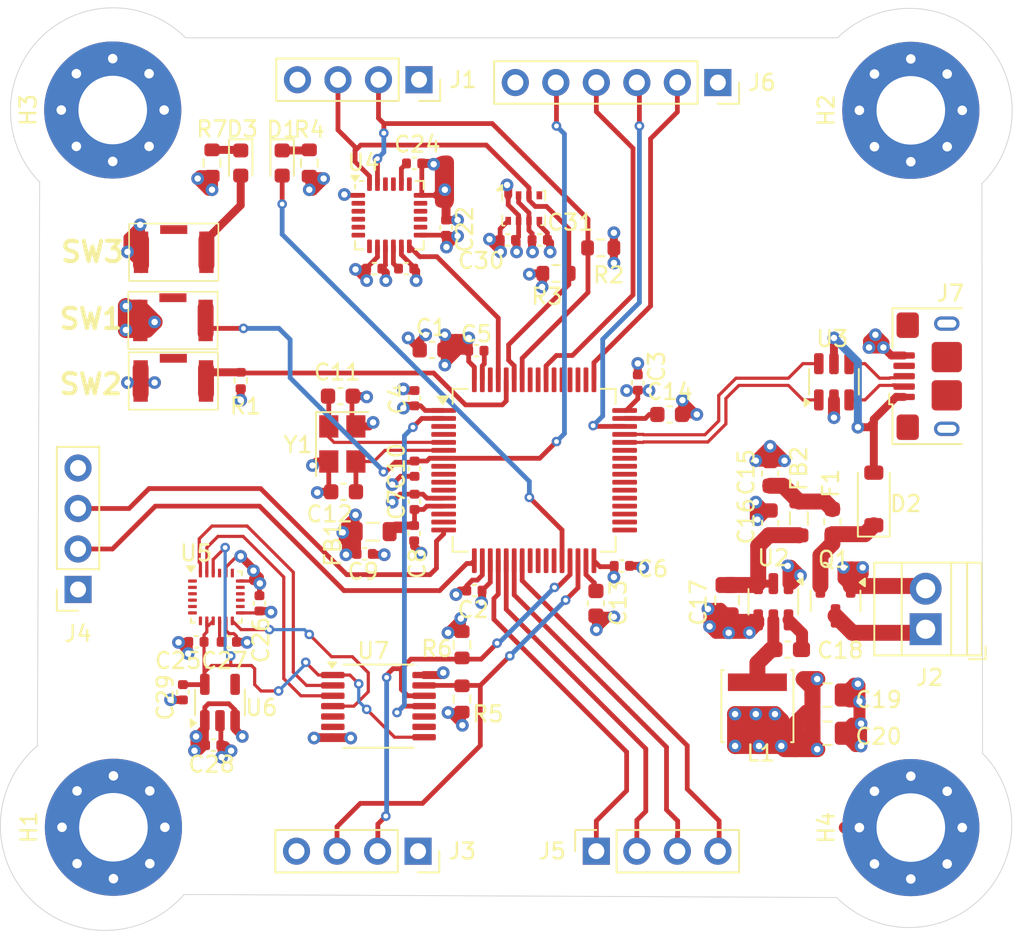
<source format=kicad_pcb>
(kicad_pcb (version 20240108) (generator "pcbnew") (generator_version "8.0")
  (layers (0 "F.Cu" signal) (1 "In1.Cu" power) (2 "In2.Cu" power) (31 "B.Cu" signal) (34 "B.Paste" user) (35 "F.Paste" user) (36 "B.SilkS" user "B.Silkscreen") (37 "F.SilkS" user "F.Silkscreen") (38 "B.Mask" user) (39 "F.Mask" user) (44 "Edge.Cuts" user))
  (net 0 "")
  (net 1 "GND")
  (net 2 "+3V3")
  (net 3 "+3V3A")
  (net 4 "/STM32/NRST")
  (net 5 "HSE_IN")
  (net 6 "HSE_OUT")
  (net 7 "/STM32/VCAP_1")
  (net 8 "/STM32/VCAP_2")
  (net 9 "+5V")
  (net 10 "/Sensors/IMU_REGOUT")
  (net 11 "/Sensors/IMU_CPUOUT")
  (net 12 "VDDIO_1v8")
  (net 13 "/Sensors/ICM_REGOUT")
  (net 14 "LED")
  (net 15 "/STM32/MCU_LED_K")
  (net 16 "Net-(C15-Pad1)")
  (net 17 "SCL")
  (net 18 "SDA")
  (net 19 "SDA2")
  (net 20 "SCL2")
  (net 21 "USART2_RX")
  (net 22 "USART2_TX")
  (net 23 "MCU_PA7")
  (net 24 "MCU_PA4")
  (net 25 "MCU_PA6")
  (net 26 "MCU_PA5")
  (net 27 "SWO")
  (net 28 "SWDIO")
  (net 29 "SWCLK")
  (net 30 "USB_CONN_D-")
  (net 31 "USB_CONN_D+")
  (net 32 "/STM32/BOOT0")
  (net 39 "IMU_INT")
  (net 57 "ICM_INT_3v3")
  (net 59 "USB_D-")
  (net 64 "USB_D+")
  (net 82 "ICM_SDA")
  (net 85 "ICM_SCL")
  (net 88 "ICM_INT_1v8")
  (net 89 "Net-(D2-K)")
  (net 90 "+12V")
  (net 104 "/STM32/POW_LED_A")
  (net 105 "/STM32/POW_LED_K")
  (net 113 "/STM32/BUCK_SW")
  (net 114 "/STM32/BUCK_BST")
  (net 115 "/STM32/BUCK_IN")
  (footprint "Capacitor_SMD:C_0402_1005Metric" (layer "F.Cu") (at 161.575 57.85 180)
    (property "Reference" "C21")
    (property "Value" "10n")
  )
  (footprint "TerminalBlock:TerminalBlock_Xinya_XY308-2.54-2P_1x02_P2.54mm_Horizontal" (layer "F.Cu") (at 196.15 80.475 90)
    (property "Reference" "J2")
    (property "Value" "Screw_Terminal_01x02")
  )
  (footprint "Capacitor_SMD:C_0603_1608Metric" (layer "F.Cu") (at 159.65 71.85 180)
    (property "Reference" "C12")
    (property "Value" "10p")
  )
  (footprint "Package_TO_SOT_SMD:SOT-23-6" (layer "F.Cu") (at 190.4 64.95 90)
    (property "Reference" "U3")
    (property "Value" "USBLC6-2SC6")
  )
  (footprint "Diode_SMD:D_SOD-123" (layer "F.Cu") (at 192.9 72.3 90)
    (property "Reference" "D2")
    (property "Value" "b5819w")
  )
  (footprint "MountingHole:MountingHole_4.3mm_M4_Pad_Via" (layer "F.Cu") (at 145.219581 92.9 90)
    (property "Reference" "H1")
    (property "Value" "MountingHole")
  )
  (footprint "Resistor_SMD:R_0603_1608Metric" (layer "F.Cu") (at 151.4 51.225 -90)
    (property "Reference" "R7")
    (property "Value" "1k5")
  )
  (footprint "Capacitor_SMD:C_0603_1608Metric" (layer "F.Cu") (at 165.2 62.95 180)
    (property "Reference" "C1")
    (property "Value" "10u" (hide yes))
  )
  (footprint "Capacitor_SMD:C_0402_1005Metric" (layer "F.Cu") (at 154.375 78.85 90)
    (property "Reference" "C26")
    (property "Value" "100n")
  )
  (footprint "Sensor_Motion:InvenSense_QFN-24_4x4mm_P0.5mm" (layer "F.Cu") (at 162.525 54.5)
    (property "Reference" "U4")
    (property "Value" "MPU-6050")
  )
  (footprint "Capacitor_SMD:C_0402_1005Metric" (layer "F.Cu") (at 164.075 74.45 -90)
    (property "Reference" "C8")
    (property "Value" "1u" (hide yes))
  )
  (footprint "Connector_PinSocket_2.54mm:PinSocket_1x04_P2.54mm_Vertical" (layer "F.Cu") (at 175.5 94.4 90)
    (property "Reference" "J5")
    (property "Value" "Conn_01x04")
  )
  (footprint "Capacitor_SMD:C_0402_1005Metric" (layer "F.Cu") (at 150.421 81.268 180)
    (property "Reference" "C25")
    (property "Value" "100n")
  )
  (footprint "Capacitor_SMD:C_0603_1608Metric" (layer "F.Cu") (at 186.4 73.8 90)
    (property "Reference" "C16")
    (property "Value" "2u2")
  )
  (footprint "Capacitor_SMD:C_0603_1608Metric" (layer "F.Cu") (at 175.475 78.85 -90)
    (property "Reference" "C13")
    (property "Value" "2u2")
  )
  (footprint "Connector_PinSocket_2.54mm:PinSocket_1x04_P2.54mm_Vertical" (layer "F.Cu") (at 143 77.98 180)
    (property "Reference" "J4")
    (property "Value" "Conn_01x04")
  )
  (footprint "Inductor_SMD:L_0805_2012Metric" (layer "F.Cu") (at 161.475 74.35 180)
    (property "Reference" "FB1")
    (property "Value" "100R" (hide yes))
  )
  (footprint "Capacitor_SMD:C_0402_1005Metric" (layer "F.Cu") (at 164.075 51.25)
    (property "Reference" "C24")
    (property "Value" "2n2")
  )
  (footprint "Capacitor_SMD:C_0402_1005Metric" (layer "F.Cu") (at 163.575 57.85)
    (property "Reference" "C23")
    (property "Value" "100n")
  )
  (footprint "Capacitor_SMD:C_0402_1005Metric" (layer "F.Cu") (at 166.075 55.28 90)
    (property "Reference" "C22")
    (property "Value" "100n")
  )
  (footprint "Capacitor_SMD:C_0402_1005Metric" (layer "F.Cu") (at 152.453 81.268)
    (property "Reference" "C27")
    (property "Value" "100n")
  )
  (footprint "LED_SMD:LED_0603_1608Metric" (layer "F.Cu") (at 153.2 51.225 -90)
    (property "Reference" "D3")
    (property "Value" "LED")
  )
  (footprint "Sensor_Motion:InvenSense_QFN-24_3x3mm_P0.4mm" (layer "F.Cu") (at 151.675 78.45)
    (property "Reference" "U5")
    (property "Value" "ICM-20948")
  )
  (footprint "Connector_USB:USB_Micro-B_Amphenol_10118193-0001LF_Horizontal" (layer "F.Cu") (at 197.475 64.6 90)
    (property "Reference" "J7")
    (property "Value" "USB_B_Micro")
  )
  (footprint "Connector_PinSocket_2.54mm:PinSocket_1x04_P2.54mm_Vertical" (layer "F.Cu") (at 164.32 94.4 -90)
    (property "Reference" "J3")
    (property "Value" "Conn_01x04")
  )
  (footprint "LED_SMD:LED_0603_1608Metric" (layer "F.Cu") (at 155.8 51.225 -90)
    (property "Reference" "D1")
    (property "Value" "LED")
  )
  (footprint "Inductor_SMD:L_0805_2012Metric" (layer "F.Cu") (at 188.2 73.525 -90)
    (property "Reference" "FB2")
    (property "Value" "100R")
  )
  (footprint "Inductor_SMD:L_Sunlord_SWPA4030S" (layer "F.Cu") (at 185.6 85.3 -90)
    (property "Reference" "L1")
    (property "Value" "3.9uH")
  )
  (footprint "Capacitor_SMD:C_0402_1005Metric" (layer "F.Cu") (at 167.975 63)
    (property "Reference" "C5")
    (property "Value" "100n" (hide yes))
  )
  (footprint "Resistor_SMD:R_0603_1608Metric" (layer "F.Cu") (at 167.075 81.45 -90)
    (property "Reference" "R6")
    (property "Value" "2k2")
  )
  (footprint "Package_LGA:Bosch_LGA-8_2x2.5mm_P0.65mm_ClockwisePinNumbering" (layer "F.Cu") (at 170.95 54.05)
    (property "Reference" "U8" (hide yes))
    (property "Value" "BMP280")
  )
  (footprint "Capacitor_SMD:C_0603_1608Metric" (layer "F.Cu") (at 180.1 67)
    (property "Reference" "C14")
    (property "Value" "2u2")
  )
  (footprint "Connector_PinSocket_2.54mm:PinSocket_1x04_P2.54mm_Vertical" (layer "F.Cu") (at 164.38 46 -90)
    (property "Reference" "J1")
    (property "Value" "Conn_01x04")
  )
  (footprint "Package_QFP:LQFP-64_10x10mm_P0.5mm" (layer "F.Cu") (at 171.6 70.5)
    (property "Reference" "U1")
    (property "Value" "STM32F405RGTx" (hide yes))
  )
  (footprint "Capacitor_SMD:C_0402_1005Metric" (layer "F.Cu") (at 171.95 56.05 180)
    (property "Reference" "C31")
    (property "Value" "100n")
  )
  (footprint "Resistor_SMD:R_0603_1608Metric" (layer "F.Cu") (at 167.075 84.85 90)
    (property "Reference" "R5")
    (property "Value" "2k2")
  )
  (footprint "Fuse:Fuse_0603_1608Metric" (layer "F.Cu") (at 190.3 73.725 -90)
    (property "Reference" "F1")
    (property "Value" "500 mA")
  )
  (footprint "Resistor_SMD:R_0402_1005Metric" (layer "F.Cu") (at 153.2 64.866 90)
    (property "Reference" "R1")
    (property "Value" "10k")
  )
  (footprint "Capacitor_SMD:C_0402_1005Metric" (layer "F.Cu") (at 164.1 72.48 90)
    (property "Reference" "C7")
    (property "Value" "10n" (hide yes))
  )
  (footprint "Resistor_SMD:R_0603_1608Metric" (layer "F.Cu") (at 157.5 51.225 -90)
    (property "Reference" "R4")
    (property "Value" "1k5")
  )
  (footprint "Capacitor_SMD:C_0402_1005Metric" (layer "F.Cu") (at 178.1 65 90)
    (property "Reference" "C3")
    (property "Value" "100n" (hide yes))
  )
  (footprint "Capacitor_SMD:C_0402_1005Metric" (layer "F.Cu") (at 169.95 56.05)
    (property "Reference" "C30")
    (property "Value" "100n")
  )
  (footprint "switch:KMR223GLFG" (layer "F.Cu") (at 148.95 61.1)
    (property "Reference" "SW1")
    (property "Value" "SW_Push_Dual" (hide yes))
  )
  (footprint "Capacitor_SMD:C_0402_1005Metric" (layer "F.Cu") (at 167.855 78.05 180)
    (property "Reference" "C2")
    (property "Value" "100n" (hide yes))
  )
  (footprint "MountingHole:MountingHole_4.3mm_M4_Pad_Via" (layer "F.Cu") (at 195.219581 92.919581 90)
    (property "Reference" "H4")
    (property "Value" "MountingHole")
  )
  (footprint "Capacitor_SMD:C_0402_1005Metric" (layer "F.Cu") (at 164.1 65.98 90)
    (property "Reference" "C4")
    (property "Value" "100n" (hide yes))
  )
  (footprint "Capacitor_SMD:C_0805_2012Metric" (layer "F.Cu") (at 190 84.6)
    (property "Reference" "C19")
    (property "Value" "22u")
  )
  (footprint "Package_TO_SOT_SMD:SOT-23" (layer "F.Cu") (at 190.5 78.7 -90)
    (property "Reference" "Q1")
    (property "Value" "AO3401A")
  )
  (footprint "Capacitor_SMD:C_0402_1005Metric" (layer "F.Cu") (at 151.475 87.75)
    (property "Reference" "C28")
    (property "Value" "1u")
  )
  (footprint "Capacitor_SMD:C_0805_2012Metric" (layer "F.Cu") (at 190 87)
    (property "Reference" "C20")
    (property "Value" "22u")
  )
  (footprint "Capacitor_SMD:C_0402_1005Metric" (layer "F.Cu") (at 164.1 70.4 -90)
    (property "Reference" "C10")
    (property "Value" "100n")
  )
  (footprint "Capacitor_SMD:C_0402_1005Metric" (layer "F.Cu") (at 160.975 75.75)
    (property "Reference" "C9")
    (property "Value" "1u" (hide yes))
  )
  (footprint "Connector_PinSocket_2.54mm:PinSocket_1x06_P2.54mm_Vertical" (layer "F.Cu") (at 183.12 46.175 -90)
    (property "Reference" "J6")
    (property "Value" "Conn_01x06")
  )
  (footprint "Package_TO_SOT_SMD:SOT-23-5" (layer "F.Cu") (at 151.899 85.0705 90)
    (property "Reference" "U6")
    (property "Value" "LD39015M18R")
  )
  (footprint "Capacitor_SMD:C_0603_1608Metric" (layer "F.Cu") (at 186.4 70.7 90)
    (property "Reference" "C15")
    (property "Value" "2u2")
  )
  (footprint "Resistor_SMD:R_0603_1608Metric" (layer "F.Cu") (at 175.775 56.55 180)
    (property "Reference" "R2")
    (property "Value" "2k2")
  )
  (footprint "Package_TO_SOT_SMD:TSOT-23-6" (layer "F.Cu") (at 186.6 78.75 -90)
    (property "Reference" "U2")
    (property "Value" "AP63203WU")
  )
  (footprint "Capacitor_SMD:C_0603_1608Metric" (layer "F.Cu") (at 159.45 65.85)
    (property "Reference" "C11")
    (property "Value" "10p")
  )
  (footprint "Capacitor_SMD:C_0402_1005Metric" (layer "F.Cu") (at 149.575 84.43 -90)
    (property "Reference" "C29")
    (property "Value" "1u")
  )
  (footprint "Capacitor_SMD:C_0805_2012Metric" (layer "F.Cu") (at 183.7 78.65 -90)
    (property "Reference" "C17")
    (property "Value" "10u")
  )
  (footprint "Package_SO:TSSOP-14_4.4x5mm_P0.65mm" (layer "F.Cu") (at 161.8375 85.3)
    (property "Reference" "U7")
    (property "Value" "NTS0104PW")
  )
  (footprint "MountingHole:MountingHole_4.3mm_M4_Pad_Via" (layer "F.Cu") (at 195.219581 47.919581 90)
    (property "Reference" "H2")
    (property "Value" "MountingHole")
  )
  (footprint "switch:KMR223GLFG" (layer "F.Cu") (at 149 56.824)
    (property "Reference" "SW3")
    (property "Value" "SW_Push_Dual" (hide yes))
  )
  (footprint "Crystal:Crystal_SMD_3225-4Pin_3.2x2.5mm" (layer "F.Cu") (at 159.572 68.851 -90)
    (property "Reference" "Y1")
    (property "Value" "16Mhz")
  )
  (footprint "Capacitor_SMD:C_0603_1608Metric_Pad1.08x0.95mm_HandSolder" (layer "F.Cu") (at 187.5 81.75)
    (property "Reference" "C18")
    (property "Value" "100n")
  )
  (footprint "Resistor_SMD:R_0603_1608Metric" (layer "F.Cu") (at 172.975 58.15)
    (property "Reference" "R3")
    (property "Value" "2k2")
  )
  (footprint "MountingHole:MountingHole_4.3mm_M4_Pad_Via" (layer "F.Cu") (at 145.175 47.9 90)
    (property "Reference" "H3")
    (property "Value" "MountingHole")
  )
  (footprint "switch:KMR223GLFG" (layer "F.Cu") (at 148.975 64.9)
    (property "Reference" "SW2")
    (property "Value" "SW_Push_Dual" (hide yes))
  )
  (footprint "Capacitor_SMD:C_0402_1005Metric" (layer "F.Cu") (at 177.1 76.5)
    (property "Reference" "C6")
    (property "Value" "100n" (hide yes))
  )
  (gr_arc (start 149.651864 97.116414) (mid 140.023329 97.413074) (end 140.451828 87.789506) (stroke (width 0.05)) (layer "Edge.Cuts"))
  (gr_line (start 149.651865 97.116415) (end 190.566248 97.307458) (stroke (width 0.05)) (layer "Edge.Cuts"))
  (gr_arc (start 140.594581 52.419581) (mid 140.669375 43.344375) (end 149.744856 43.369306) (stroke (width 0.05)) (layer "Edge.Cuts"))
  (gr_arc (start 190.628489 43.369534) (mid 199.703695 43.444328) (end 199.678764 52.519809) (stroke (width 0.05)) (layer "Edge.Cuts"))
  (gr_line (start 149.744856 43.369306) (end 190.628489 43.369534) (stroke (width 0.05)) (layer "Edge.Cuts"))
  (gr_line (start 140.594581 52.419581) (end 140.451828 87.789506) (stroke (width 0.05)) (layer "Edge.Cuts"))
  (gr_arc (start 199.716523 88.257183) (mid 199.641729 97.332389) (end 190.566248 97.307458) (stroke (width 0.05)) (layer "Edge.Cuts"))
  (gr_line (start 199.678764 52.519809) (end 199.716523 88.257183) (stroke (width 0.05)) (layer "Edge.Cuts"))
  (segment (start 191.65 83.9) (end 191.375 84.175) (width 0.75) (layer "F.Cu") (net 1))
  (segment (start 165.475 53.25) (end 166.075 53.85) (width 0.3) (layer "F.Cu") (net 1))
  (segment (start 168.35 63.94688) (end 168.475 63.82188) (width 0.3) (layer "F.Cu") (net 1))
  (segment (start 154.375 78.37) (end 154.375 77.625) (width 0.3) (layer "F.Cu") (net 1))
  (segment (start 185.65 80.1375) (end 185.65 79.8875) (width 0.75) (layer "F.Cu") (net 1))
  (segment (start 153.975 77.45) (end 154.375 77.85) (width 0.2) (layer "F.Cu") (net 1))
  (segment (start 185.5 69.9) (end 186.375 69.9) (width 0.75) (layer "F.Cu") (net 1))
  (segment (start 191.375 84.175) (end 190.95 84.6) (width 0.75) (layer "F.Cu") (net 1))
  (segment (start 154.375 77.625) (end 154.4 77.6) (width 0.3) (layer "F.Cu") (net 1))
  (segment (start 146.9 60.3) (end 146.1 60.3) (width 1) (layer "F.Cu") (net 1))
  (segment (start 149.575 84.91) (end 148.81 84.91) (width 0.5) (layer "F.Cu") (net 1))
  (segment (start 185.5 72.5) (end 185.5 73.5) (width 0.75) (layer "F.Cu") (net 1))
  (segment (start 152.933 81.268) (end 153.568 81.268) (width 0.5) (layer "F.Cu") (net 1))
  (segment (start 169.975 52.675) (end 169.9 52.6) (width 0.5) (layer "F.Cu") (net 1))
  (segment (start 183.3 79.2) (end 183.7 79.6) (width 0.75) (layer "F.Cu") (net 1))
  (segment (start 162.7 72.5) (end 163.2 72) (width 0.3) (layer "F.Cu") (net 1))
  (segment (start 182.6 79.3) (end 182.5 79.2) (width 0.75) (layer "F.Cu") (net 1))
  (segment (start 186.425 69.9) (end 186.4 69.925) (width 0.75) (layer "F.Cu") (net 1))
  (segment (start 182.5 79.2) (end 183.3 79.2) (width 0.75) (layer "F.Cu") (net 1))
  (segment (start 187.3 69.9) (end 186.425 69.9) (width 0.75) (layer "F.Cu") (net 1))
  (segment (start 157.5 52.9) (end 157.7 52.9) (width 0.75) (layer "F.Cu") (net 1))
  (segment (start 146 60.2) (end 146 61.7) (width 1) (layer "F.Cu") (net 1))
  (segment (start 191.994581 91.583743) (end 192.939162 90.639162) (width 0.75) (layer "F.Cu") (net 1))
  (segment (start 163.5 65.5) (end 163.4 65.4) (width 0.5) (layer "F.Cu") (net 1))
  (segment (start 164.625 72) (end 164.1 72) (width 0.3) (layer "F.Cu") (net 1))
  (segment (start 152 87.795) (end 151.955 87.75) (width 0.5) (layer "F.Cu") (net 1))
  (segment (start 192.1 87.8) (end 192.1 87.4) (width 0.75) (layer "F.Cu") (net 1))
  (segment (start 184.40625 80.09375) (end 184.50625 80.09375) (width 0.75) (layer "F.Cu") (net 1))
  (segment (start 153.975 77.45) (end 154.25 77.45) (width 0.3) (layer "F.Cu") (net 1))
  (segment (start 164.425 62.375) (end 164.8 62) (width 0.5) (layer "F.Cu") (net 1))
  (segment (start 186.4 69) (end 185.5 69.9) (width 0.75) (layer "F.Cu") (net 1))
  (segment (start 192 84) (end 191.9 83.9) (width 0.75) (layer "F.Cu") (net 1))
  (segment (start 191.5 76.6) (end 192.2 76.6) (width 0.75) (layer "F.Cu") (net 1))
  (segment (start 149.941 81.959) (end 149.9 82) (width 0.5) (layer "F.Cu") (net 1))
  (segment (start 158.722 69.951) (end 158.722 71.697) (width 0.3) (layer "F.Cu") (net 1))
  (segment (start 153.175 77.45) (end 153.975 77.45) (width 0.2) (layer "F.Cu") (net 1))
  (segment (start 186.4 73.025) (end 186.175 73.025) (width 0.75) (layer "F.Cu") (net 1))
  (segment (start 158.975 87.25) (end 157.85 87.25) (width 0.5) (layer "F.Cu") (net 1))
  (segment (start 157.949 69.951) (end 157.7 70.2) (width 0.5) (layer "F.Cu") (net 1))
  (segment (start 164.2 57.995) (end 164.055 57.85) (width 0.5) (layer "F.Cu") (net 1))
  (segment (start 162.2 75.8) (end 161.505 75.8) (width 0.5) (layer "F.Cu") (net 1))
  (segment (start 191.45 77.7625) (end 191.45 76.65) (width 0.75) (layer "F.Cu") (net 1))
  (segment (start 193.5 62.8) (end 193.5 62.5) (width 0.75) (layer "F.Cu") (net 1))
  (segment (start 192 86.3) (end 192.1 86.4) (width 0.75) (layer "F.Cu") (net 1))
  (segment (start 151.955 86.264) (end 151.899 86.208) (width 0.3) (layer "F.Cu") (net 1))
  (segment (start 167.375 77.740001) (end 167.375 78.05) (width 0.3) (layer "F.Cu") (net 1))
  (segment (start 164.555 51.25) (end 164.555 53.17) (width 0.3) (layer "F.Cu") (net 1))
  (segment (start 151.955 87.75) (end 152.25 87.75) (width 0.5) (layer "F.Cu") (net 1))
  (segment (start 164.425 62.95) (end 164.425 62.375) (width 0.5) (layer "F.Cu") (net 1))
  (segment (start 148.81 84.91) (end 148.8 84.9) (width 0.5) (layer "F.Cu") (net 1))
  (segment (start 184.50625 80.09375) (end 184.3 79.8875) (width 0.75) (layer "F.Cu") (net 1))
  (segment (start 164.1 65.5) (end 163.5 65.5) (width 0.5) (layer "F.Cu") (net 1))
  (segment (start 159.75 53.25) (end 159.7 53.2) (width 0.3) (layer "F.Cu") (net 1))
  (segment (start 164.555 51.25) (end 165.25 51.25) (width 0.5) (layer "F.Cu") (net 1))
  (segment (start 168.35 76.175) (end 168.35 77.075) (width 0.3) (layer "F.Cu") (net 1))
  (segment (start 162.275 57.63) (end 162.275 56.45) (width 0.3) (layer "F.Cu") (net 1))
  (segment (start 149.9 82) (end 149.9 81.9) (width 0.5) (layer "F.Cu") (net 1))
  (segment (start 183.8 80.7) (end 184.40625 80.09375) (width 0.75) (layer "F.Cu") (net 1))
  (segment (start 192 85) (end 192 84.8) (width 0.75) (layer "F.Cu") (net 1))
  (segment (start 192.6 62.8) (end 192.6 62.4) (width 0.75) (layer "F.Cu") (net 1))
  (segment (start 182.6 80.3) (end 182.6 79.3) (width 0.75) (layer "F.Cu") (net 1))
  (segment (start 160.05 87.25) (end 160.1 87.3) (width 0.5) (layer "F.Cu") (net 1))
  (segment (start 162.7 71.4) (end 163.22 70.88) (width 0.3) (layer "F.Cu") (net 1))
  (segment (start 178.1 64.52) (end 178.1 63.8) (width 0.5) (layer "F.Cu") (net 1))
  (segment (start 158.25 52.05) (end 158.4 52.2) (width 0.5) (layer "F.Cu") (net 1))
  (segment (start 186.175 73.025) (end 185.6 73.6) (width 0.75) (layer "F.Cu") (net 1))
  (segment (start 166.95 78.05) (end 166.7 78.3) (width 0.5) (layer "F.Cu") (net 1))
  (segment (start 152.775 80.75) (end 152.933 80.908) (width 0.2) (layer "F.Cu") (net 1))
  (segment (start 186.375 69.9) (end 186.4 69.925) (width 0.75) (layer "F.Cu") (net 1))
  (segment (start 168.35 64.825) (end 168.35 63.94688) (width 0.3) (layer "F.Cu") (net 1))
  (segment (start 146 61.7) (end 147.3 61.7) (width 1) (layer "F.Cu") (net 1))
  (segment (start 171.925 54.85) (end 171.925 55.1) (width 0.3) (layer "F.Cu") (net 1))
  (segment (start 152.475 80.75) (end 152.775 80.75) (width 0.2) (layer "F.Cu") (net 1))
  (segment (start 160.422 67.751) (end 161.249 67.751) (width 0.5) (layer "F.Cu") (net 1))
  (segment (start 175.475 80.475) (end 175.5 80.5) (width 0.5) (layer "F.Cu") (net 1))
  (segment (start 170.625 55.855) (end 170.43 56.05) (width 0.3) (layer "F.Cu") (net 1))
  (segment (start 185.0875 80.7) (end 183.8 80.7) (width 0.75) (layer "F.Cu") (net 1))
  (segment (start 152.6 88.1) (end 152.4 88.1) (width 0.5) (layer "F.Cu") (net 1))
  (segment (start 186.4 73.025) (end 186.025 73.025) (width 0.75) (layer "F.Cu") (net 1))
  (segment (start 161.05 65.85) (end 161.1 65.9) (width 0.5) (layer "F.Cu") (net 1))
  (segment (start 165.925 72.25) (end 164.875 72.25) (width 0.3) (layer "F.Cu") (net 1))
  (segment (start 150.65 52.05) (end 150.5 52.2) (width 0.75) (layer "F.Cu") (net 1))
  (segment (start 194 63.3) (end 193.5 62.8) (width 0.5) (layer "F.Cu") (net 1))
  (segment (start 183.8 80.7) (end 183.8 79.7) (width 0.75) (layer "F.Cu") (net 1))
  (segment (start 191.994581 92.919581) (end 191.994581 91.583743) (width 0.75) (layer "F.Cu") (net 1))
  (segment (start 154.25 77.45) (end 154.4 77.6) (width 0.3) (layer "F.Cu") (net 1))
  (segment (start 162.055 57.85) (end 162.275 57.63) (width 0.3) (layer "F.Cu") (net 1))
  (segment (start 158.722 71.697) (end 158.875 71.85) (width 0.3) (layer "F.Cu") (net 1))
  (segment (start 154.375 77.85) (end 154.375 78.37) (width 0.2) (layer "F.Cu") (net 1))
  (segment (start 192 85) (end 192 84) (width 0.75) (layer "F.Cu") (net 1))
  (segment (start 183.7 79.6) (end 183.3 79.6) (width 0.75) (layer "F.Cu") (net 1))
  (segment (start 158.722 69.951) (end 157.949 69.951) (width 0.5) (layer "F.Cu") (net 1))
  (segment (start 160.422 67.751) (end 160.175 67.504) (width 0.3) (layer "F.Cu") (net 1))
  (segment (start 160.175 65.9) (end 160.225 65.85) (width 0.3) (layer "F.Cu") (net 1))
  (segment (start 161.249 67.751) (end 161.5 67.5) (width 0.5) (layer "F.Cu") (net 1))
  (segment (start 193.5 62.8) (end 192.6 62.8) (width 0.75) (layer "F.Cu") (net 1))
  (segment (start 192.2 77.0125) (end 191.45 77.7625) (width 0.75) (layer "F.Cu") (net 1))
  (segment (start 147.3 61.7) (end 147.8 61.2) (width 1) (layer "F.Cu") (net 1))
  (segment (start 185.1 80.6875) (end 185.65 80.1375) (width 0.75) (layer "F.Cu") (net 1))
  (segment (start 158.05 71.85) (end 158 71.9) (width 0.5) (layer "F.Cu") (net 1))
  (segment (start 192.1 87.4) (end 191.325 86.625) (width 0.75) (layer "F.Cu") (net 1))
  (segment (start 191 76.6) (end 191.5 76.6) (width 0.75) (layer "F.Cu") (net 1))
  (segment (start 152 88.5) (end 152 87.795) (width 0.5) (layer "F.Cu") (net 1))
  (segment (start 157.85 87.25) (end 157.8 87.3) (width 0.5) (layer "F.Cu") (net 1))
  (segment (start 147.8 61.2) (end 146.9 60.3) (width 1) (layer "F.Cu") (net 1))
  (segment (start 162.3 58.6) (end 162.3 58.095) (width 0.5) (layer "F.Cu") (net 1))
  (segment (start 146.9 60.3) (end 146.9 61.9) (width 1) (layer "F.Cu") (net 1))
  (segment (start 183.8 80.7) (end 183.05 79.95) (width 0.75) (layer "F.Cu") (net 1))
  (segment (start 153.975 77.45) (end 153.975 77.3) (width 0.5) (layer "F.Cu") (net 1))
  (segment (start 181.8 67) (end 180.9 66.1) (width 0.5) (layer "F.Cu") (net 1))
  (segment (start 186.025 73.025) (end 185.5 72.5) (width 0.75) (layer "F.Cu") (net 1))
  (segment (start 170.625 54.85) (end 170.625 55.855) (width 0.3) (layer "F.Cu") (net 1))
  (segment (start 165.25 51.25) (end 165.3 51.3) (width 0.5) (layer "F.Cu") (net 1))
  (segment (start 151.4 52.05) (end 151.4 52.9) (width 0.75) (layer "F.Cu") (net 1))
  (segment (start 152.275 80.55) (end 152.475 80.75) (width 0.2) (layer "F.Cu") (net 1))
  (segment (start 169.975 53.25) (end 169.975 52.675) (width 0.5) (layer "F.Cu") (net 1))
  (segment (start 183.9875 79.8875) (end 183.7 79.6) (width 0.75) (layer "F.Cu") (net 1))
  (segment (start 152.933 80.908) (end 152.933 81.268) (width 0.2) (layer "F.Cu") (net 1))
  (segment (start 166.8 54.8) (end 166.075 54.8) (width 0.5) (layer "F.Cu") (net 1))
  (segment (start 164.5 75.7) (end 164.075 75.275) (width 0.5) (layer "F.Cu") (net 1))
  (segment (start 169.975 53.25) (end 169.975 53.857106) (width 0.3) (layer "F.Cu") (net 1))
  (segment (start 191.55 86.4) (end 191.325 86.625) (width 0.75) (layer "F.Cu") (net 1))
  (segment (start 191 77.3125) (end 191.45 77.7625) (width 0.75) (layer "F.Cu") (net 1))
  (segment (start 176.3 79.7) (end 175.5 80.5) (width 0.5) (layer "F.Cu") (net 1))
  (segment (start 172.43 55.605) (end 172.43 56.05) (width 0.3) (layer "F.Cu") (net 1))
  (segment (start 157.5 52.05) (end 157.5 52.9) (width 0.5) (layer "F.Cu") (net 1))
  (segment (start 158.875 71.85) (end 158.05 71.85) (width 0.5) (layer "F.Cu") (net 1))
  (segment (start 153.568 81.268) (end 153.6 81.3) (width 0.5) (layer "F.Cu") (net 1))
  (segment (start 164.2 58.6) (end 164.2 57.995) (width 0.5) (layer "F.Cu") (net 1))
  (segment (start 177.58 76.5) (end 178.3 76.5) (width 0.5) (layer "F.Cu") (net 1))
  (segment (start 186.4 69) (end 187.3 69.9) (width 0.75) (layer "F.Cu") (net 1))
  (segment (start 151.955 87.75) (end 151.955 86.264) (width 0.3) (layer "F.Cu") (net 1))
  (segment (start 192 85) (end 192 86.3) (width 0.75) (layer "F.Cu") (net 1))
  (segment (start 154.4 77.2) (end 154 76.8) (width 0.5) (layer "F.Cu") (net 1))
  (segment (start 191.45 76.65) (end 191.5 76.6) (width 0.75) (layer "F.Cu") (net 1))
  (segment (start 194.8 63.3) (end 194 63.3) (width 0.5) (layer "F.Cu") (net 1))
  (segment (start 153.975 76.825) (end 154 76.8) (width 0.3) (layer "F.Cu") (net 1))
  (segment (start 158.975 87.25) (end 160.05 87.25) (width 0.5) (layer "F.Cu") (net 1))
  (segment (start 166.075 53.85) (end 166.075 54.8) (width 0.3) (layer "F.Cu") (net 1))
  (segment (start 183.05 79.95) (end 182.95 79.95) (width 0.75) (layer "F.Cu") (net 1))
  (segment (start 151.4 52.05) (end 150.65 52.05) (width 0.75) (layer "F.Cu") (net 1))
  (segment (start 157.7 52.9) (end 158.4 52.2) (width 0.75) (layer "F.Cu") (net 1))
  (segment (start 166 52.9) (end 165.825 52.9) (width 0.5) (layer "F.Cu") (net 1))
  (segment (start 170.5 56.8) (end 170.5 56.12) (width 0.5) (layer "F.Cu") (net 1))
  (segment (start 191.45 77.7625) (end 195.9775 77.7625) (width 1) (layer "F.Cu") (net 1))
  (segment (start 160.225 65.85) (end 161.05 65.85) (width 0.5) (layer "F.Cu") (net 1))
  (segment (start 164.555 53.17) (end 164.475 53.25) (width 0.3) (layer "F.Cu") (net 1))
  (segment (start 149.941 81.268) (end 149.941 81.959) (width 0.5) (layer "F.Cu") (net 1))
  (segment (start 154 76.8) (end 154 76.7) (width 0.5) (layer "F.Cu") (net 1))
  (segment (start 185.5 73.5) (end 185.6 73.6) (width 0.75) (layer "F.Cu") (net 1))
  (segment (start 152.4 88.1) (end 152 88.5) (width 0.5) (layer "F.Cu") (net 1))
  (segment (start 165.825 52.9) (end 165.475 53.25) (width 0.5) (layer "F.Cu") (net 1))
  (segment (start 191.994581 92.919581) (end 191.080419 92.919581) (width 0.75) (layer "F.Cu") (net 1))
  (segment (start 183.8 80.7) (end 183 80.7) (width 0.75) (layer "F.Cu") (net 1))
  (segment (start 191 76.6) (end 191 77.3125) (width 0.75) (layer "F.Cu") (net 1))
  (segment (start 186.4 69) (end 186.4 69.925) (width 0.75) (layer "F.Cu") (net 1))
  (segment (start 167.725001 77.39) (end 167.375 77.740001) (width 0.3) (layer "F.Cu") (net 1))
  (segment (start 164.425 62.95) (end 164.425 62.925) (width 0.5) (layer "F.Cu") (net 1))
  (segment (start 170.5 56.12) (end 170.43 56.05) (width 0.5) (layer "F.Cu") (net 1))
  (segment (start 146.1 60.3) (end 146 60.2) (width 1) (layer "F.Cu") (net 1))
  (segment (start 172.6 56.22) (end 172.43 56.05) (width 0.5) (layer "F.Cu") (net 1))
  (segment (start 151.2 52.9) (end 150.5 52.2) (width 0.75) (layer "F.Cu") (net 1))
  (segment (start 192.6 62.4) (end 193 62) (width 0.75) (layer "F.Cu") (net 1))
  (segment (start 185.1 80.6875) (end 184.50625 80.09375) (width 0.75) (layer "F.Cu") (net 1))
  (segment (start 171.925 55.1) (end 172.43 55.605) (width 0.3) (layer "F.Cu") (net 1))
  (segment (start 152.95364 75.9) (end 153.2 75.9) (width 0.2) (layer "F.Cu") (net 1))
  (segment (start 175.475 79.625) (end 176.525 79.625) (width 0.5) (layer "F.Cu") (net 1))
  (segment (start 153.2 65.376) (end 153.2 66.1) (width 0.5) (layer "F.Cu") (net 1))
  (segment (start 183.3 79.6) (end 182.95 79.95) (width 0.75) (layer "F.Cu") (net 1))
  (segment (start 183 80.7) (end 182.6 80.3) (width 0.75) (layer "F.Cu") (net 1))
  (segment (start 175.475 79.625) (end 175.475 80.475) (width 0.5) (layer "F.Cu") (net 1))
  (segment (start 160.1 87.3) (end 157.8 87.3) (width 0.5) (layer "F.Cu") (net 1))
  (segment (start 163.275 56.97812) (end 164.055 57.75812) (width 0.3) (layer "F.Cu") (net 1))
  (segment (start 178.3 76.5) (end 178.4 76.6) (width 0.5) (layer "F.Cu") (net 1))
  (segment (start 164.425 62.925) (end 163.7 62.2) (width 0.5) (layer "F.Cu") (net 1))
  (segment (start 164.055 57.75812) (end 164.055 57.85) (width 0.3) (layer "F.Cu") (net 1))
  (segment (start 152.275 76.95) (end 152.275 76.57864) (width 0.2) (layer "F.Cu") (net 1))
  (segment (start 164.875 72.25) (end 164.625 72) (width 0.3) (layer "F.Cu") (net 1))
  (segment (start 151.4 52.9) (end 151.2 52.9) (width 0.75) (layer "F.Cu") (net 1))
  (segment (start 191.35 85) (end 190.95 84.6) (width 0.75) (layer "F.Cu") (net 1))
  (segment (start 191.75 87.8) (end 190.95 87) (width 0.75) (layer "F.Cu") (net 1))
  (segment (start 170.625 54.507106) (end 170.625 54.85) (width 0.3) (layer "F.Cu") (net 1))
  (segment (start 180.875 66.125) (end 180.9 66.1) (width 0.5) (layer "F.Cu") (net 1))
  (segment (start 161.505 75.8) (end 161.455 75.75) (width 0.5) (layer "F.Cu") (net 1))
  (segment (start 152.275 76.57864) (end 152.95364 75.9) (width 0.2) (layer "F.Cu") (net 1))
  (segment (start 149.941 81.268) (end 149.332 81.268) (width 0.5) (layer "F.Cu") (net 1))
  (segment (start 184.3 79.8875) (end 183.9875 79.8875) (width 0.75) (layer "F.Cu") (net 1))
  (segment (start 182.95 79.95) (end 182.6 80.3) (width 0.75) (layer "F.Cu") (net 1))
  (segment (start 163.275 56.45) (end 163.275 56.97812) (width 0.3) (layer "F.Cu") (net 1))
  (segment (start 191.9 83.9) (end 191.65 83.9) (width 0.75) (layer "F.Cu") (net 1))
  (segment (start 157.5 52.05) (end 158.25 52.05) (width 0.5) (layer "F.Cu") (net 1))
  (segment (start 162.3 58.095) (end 162.055 57.85) (width 0.5) (layer "F.Cu") (net 1))
  (segment (start 154.4 77.6) (end 154.4 77.2) (width 0.5) (layer "F.Cu") (net 1))
  (segment (start 152.275 79.95) (end 152.275 80.55) (width 0.2) (layer "F.Cu") (net 1))
  (segment (start 160.175 67.504) (end 160.175 65.9) (width 0.3) (layer "F.Cu") (net 1))
  (segment (start 163.22 70.88) (end 164.1 70.88) (width 0.3) (layer "F.Cu") (net 1))
  (segment (start 168.035 77.39) (end 167.725001 77.39) (width 0.3) (layer "F.Cu") (net 1))
  (segment (start 152.25 87.75) (end 152.6 88.1) (width 0.5) (layer "F.Cu") (net 1))
  (segment (start 192 85) (end 191.35 85) (width 0.75) (layer "F.Cu") (net 1))
  (segment (start 191.325 86.625) (end 190.95 87) (width 0.75) (layer "F.Cu") (net 1))
  (segment (start 183.8 79.7) (end 183.7 79.6) (width 0.75) (layer "F.Cu") (net 1))
  (segment (start 167.375 78.05) (end 166.95 78.05) (width 0.5) (layer "F.Cu") (net 1))
  (segment (start 192.1 87.8) (end 191.75 87.8) (width 0.75) (layer "F.Cu") (net 1))
  (segment (start 192 84.8) (end 191.375 84.175) (width 0.75) (layer "F.Cu") (net 1))
  (segment (start 176.6 79.7) (end 176.3 79.7) (width 0.5) (layer "F.Cu") (net 1))
  (segment (start 192.1 86.4) (end 192.1 87.8) (width 0.75) (layer "F.Cu") (net 1))
  (segment (start 180.875 67) (end 180.875 66.125) (width 0.5) (layer "F.Cu") (net 1))
  (segment (start 164.475 53.25) (end 165.475 53.25) (width 0.3) (layer "F.Cu") (net 1))
  (segment (start 164.075 75.275) (end 164.075 74.93) (width 0.5) (layer "F.Cu") (net 1))
  (segment (start 172.6 56.8) (end 172.6 56.22) (width 0.5) (layer "F.Cu") (net 1))
  (segment (start 190.4 66.0875) (end 190.4 67.2) (width 0.75) (layer "F.Cu") (net 1))
  (segment (start 192.2 76.6) (end 192.2 77.0125) (width 0.75) (layer "F.Cu") (net 1))
  (segment (start 168.35 77.075) (end 168.035 77.39) (width 0.3) (layer "F.Cu") (net 1))
  (segment (start 176.525 79.625) (end 176.6 79.7) (width 0.5) (layer "F.Cu") (net 1))
  (segment (start 180.875 67) (end 181.8 67) (width 0.5) (layer "F.Cu") (net 1))
  (segment (start 154 76.7) (end 153.2 75.9) (width 0.5) (layer "F.Cu") (net 1))
  (segment (start 160.575 53.25) (end 159.75 53.25) (width 0.3) (layer "F.Cu") (net 1))
  (segment (start 185.1 80.6875) (end 185.0875 80.7) (width 0.75) (layer "F.Cu") (net 1))
  (segment (start 168.475 63.82188) (end 168.475 63.02) (width 0.3) (layer "F.Cu") (net 1))
  (segment (start 169.975 53.857106) (end 170.625 54.507106) (width 0.3) (layer "F.Cu") (net 1))
  (segment (start 195.9775 77.7625) (end 196.15 77.935) (width 1) (layer "F.Cu") (net 1))
  (segment (start 193.5 62.5) (end 193 62) (width 0.75) (layer "F.Cu") (net 1))
  (segment (start 192.1 86.4) (end 191.55 86.4) (width 0.75) (layer "F.Cu") (net 1))
  (segment (start 163.2 72) (end 164.1 72) (width 0.3) (layer "F.Cu") (net 1))
  (segment (start 153.975 77.3) (end 153.975 76.825) (width 0.3) (layer "F.Cu") (net 1))
  (segment (start 185.65 79.8875) (end 184.3 79.8875) (width 0.75) (layer "F.Cu") (net 1))
  (segment (start 149.9 81.9) (end 149.3 81.3) (width 0.5) (layer "F.Cu") (net 1))
  (segment (start 149.332 81.268) (end 149.3 81.3) (width 0.5) (layer "F.Cu") (net 1))
  (segment (start 168.475 63.02) (end 168.455 63) (width 0.3) (layer "F.Cu") (net 1))
  (via (at 152 88.5) (size 0.8) (drill 0.4) (layers "F.Cu" "B.Cu") (net 1))
  (via (at 153.6 81.3) (size 0.8) (drill 0.4) (layers "F.Cu" "B.Cu") (net 1))
  (via (at 162.3 58.6) (size 0.8) (drill 0.4) (layers "F.Cu" "B.Cu") (net 1))
  (via (at 150.5 52.2) (size 0.8) (drill 0.4) (layers "F.Cu" "B.Cu") (net 1))
  (via (at 185.6 73.6) (size 0.8) (drill 0.4) (layers "F.Cu" "B.Cu") (net 1))
  (via (at 180.9 66.1) (size 0.8) (drill 0.4) (layers "F.Cu" "B.Cu") (net 1))
  (via (at 149.9 82) (size 0.8) (drill 0.4) (layers "F.Cu" "B.Cu") (net 1))
  (via (at 182.5 79.2) (size 0.8) (drill 0.4) (layers "F.Cu" "B.Cu") (net 1))
  (via (at 178.1 63.8) (size 0.8) (drill 0.4) (layers "F.Cu" "B.Cu") (net 1))
  (via (at 163.7 62.2) (size 0.8) (drill 0.4) (layers "F.Cu" "B.Cu") (net 1))
  (via (at 152.6 88.1) (size 0.8) (drill 0.4) (layers "F.Cu" "B.Cu") (net 1))
  (via (at 146 61.7) (size 0.8) (drill 0.4) (layers "F.Cu" "B.Cu") (net 1))
  (via (at 192.6 62.8) (size 0.8) (drill 0.4) (layers "F.Cu" "B.Cu") (net 1))
  (via (at 149.3 81.3) (size 0.8) (drill 0.4) (layers "F.Cu" "B.Cu") (net 1))
  (via (at 147.8 61.2) (size 0.8) (drill 0.4) (layers "F.Cu" "B.Cu") (net 1))
  (via (at 193 62) (size 0.8) (drill 0.4) (layers "F.Cu" "B.Cu") (net 1))
  (via (at 158 71.9) (size 0.8) (drill 0.4) (layers "F.Cu" "B.Cu") (net 1))
  (via (at 178.4 76.6) (size 0.8) (drill 0.4) (layers "F.Cu" "B.Cu") (net 1))
  (via (at 191.9 83.9) (size 0.8) (drill 0.4) (layers "F.Cu" "B.Cu") (net 1))
  (via (at 192.2 76.6) (size 0.8) (drill 0.4) (layers "F.Cu" "B.Cu") (net 1))
  (via (at 166 52.9) (size 0.8) (drill 0.4) (layers "F.Cu" "B.Cu") (net 1))
  (via (at 187.3 69.9) (size 0.8) (drill 0.4) (layers "F.Cu" "B.Cu") (net 1))
  (via (at 164.5 75.7) (size 0.8) (drill 0.4) (layers "F.Cu" "B.Cu") (net 1))
  (via (at 185.5 72.5) (size 0.8) (drill 0.4) (layers "F.Cu" "B.Cu") (net 1))
  (via (at 166.8 54.8) (size 0.8) (drill 0.4) (layers "F.Cu" "B.Cu") (net 1))
  (via (at 162.7 72.5) (size 0.8) (drill 0.4) (layers "F.Cu" "B.Cu") (net 1))
  (via (at 164.8 62) (size 0.8) (drill 0.4) (layers "F.Cu" "B.Cu") (net 1))
  (via (at 185.1 80.6875) (size 0.8) (drill 0.4) (layers "F.Cu" "B.Cu") (net 1))
  (via (at 175.5 80.5) (size 0.8) (drill 0.4) (layers "F.Cu" "B.Cu") (net 1))
  (via (at 170.5 56.8) (size 0.8) (drill 0.4) (layers "F.Cu" "B.Cu") (net 1))
  (via (at 192.1 87.8) (size 0.8) (drill 0.4) (layers "F.Cu" "B.Cu") (net 1))
  (via (at 165.3 51.3) (size 0.8) (drill 0.4) (layers "F.Cu" "B.Cu") (net 1))
  (via (at 192.1 86.4) (size 0.8) (drill 0.4) (layers "F.Cu" "B.Cu") (net 1))
  (via (at 176.6 79.7) (size 0.8) (drill 0.4) (layers "F.Cu" "B.Cu") (net 1))
  (via (at 163.4 65.4) (size 0.8) (drill 0.4) (layers "F.Cu" "B.Cu") (net 1))
  (via (at 162.7 71.4) (size 0.8) (drill 0.4) (layers "F.Cu" "B.Cu") (net 1))
  (via (at 191 76.6) (size 0.8) (drill 0.4) (layers "F.Cu" "B.Cu") (net 1))
  (via (at 158.4 52.2) (size 0.8) (drill 0.4) (layers "F.Cu" "B.Cu") (net 1))
  (via (at 157.8 87.3) (size 0.8) (drill 0.4) (layers "F.Cu" "B.Cu") (net 1))
  (via (at 157.5 52.9) (size 0.8) (drill 0.4) (layers "F.Cu" "B.Cu") (net 1))
  (via (at 154.4 77.6) (size 0.8) (drill 0.4) (layers "F.Cu" "B.Cu") (net 1))
  (via (at 172.6 56.8) (size 0.8) (drill 0.4) (layers "F.Cu" "B.Cu") (net 1))
  (via (at 185.5 69.9) (size 0.8) (drill 0.4) (layers "F.Cu" "B.Cu") (net 1))
  (via (at 153.2 66.1) (size 0.8) (drill 0.4) (layers "F.Cu" "B.Cu") (net 1))
  (via (at 151.4 52.9) (size 0.8) (drill 0.4) (layers "F.Cu" "B.Cu") (net 1))
  (via (at 181.8 67) (size 0.8) (drill 0.4) (layers "F.Cu" "B.Cu") (net 1))
  (via (at 193.5 62.8) (size 0.8) (drill 0.4) (layers "F.Cu" "B.Cu") (net 1))
  (via (at 192 85) (size 0.8) (drill 0.4) (layers "F.Cu" "B.Cu") (net 1))
  (via (at 154 76.8) (size 0.8) (drill 0.4) (layers "F.Cu" "B.Cu") (net 1))
  (via (at 159.7 53.2) (size 0.8) (drill 0.4) (layers "F.Cu" "B.Cu") (net 1))
  (via (at 169.9 52.6) (size 0.8) (drill 0.4) (layers "F.Cu" "B.Cu") (net 1))
  (via (at 160.1 87.3) (size 0.8) (drill 0.4) (layers "F.Cu" "B.Cu") (net 1))
  (via (at 190.4 67.2) (size 0.8) (drill 0.4) (layers "F.Cu" "B.Cu") (net 1))
  (via (at 157.7 70.2) (size 0.8) (drill 0.4) (layers "F.Cu" "B.Cu") (net 1))
  (via (at 166.7 78.3) (size 0.8) (drill 0.4) (layers "F.Cu" "B.Cu") (net 1))
  (via (at 164.2 58.6) (size 0.8) (drill 0.4) (layers "F.Cu" "B.Cu") (net 1))
  (via (at 161.5 67.5) (size 0.8) (drill 0.4) (layers "F.Cu" "B.Cu") (net 1))
  (via (at 153.2 75.9) (size 0.8) (drill 0.4) (layers "F.Cu" "B.Cu") (net 1))
  (via (at 146 60.2) (size 0.8) (drill 0.4) (layers "F.Cu" "B.Cu") (net 1))
  (via (at 162.2 75.8) (size 0.8) (drill 0.4) (layers "F.Cu" "B.Cu") (net 1))
  (via (at 182.6 80.3) (size 0.8) (drill 0.4) (layers "F.Cu" "B.Cu") (net 1))
  (via (at 161.1 65.9) (size 0.8) (drill 0.4) (layers "F.Cu" "B.Cu") (net 1))
  (via (at 186.4 69) (size 0.8) (drill 0.4) (layers "F.Cu" "B.Cu") (net 1))
  (via (at 183.8 80.7) (size 0.8) (drill 0.4) (layers "F.Cu" "B.Cu") (net 1))
  (via (at 148.8 84.9) (size 0.8) (drill 0.4) (layers "F.Cu" "B.Cu") (net 1))
  (segment (start 171.275 54.35) (end 171.275 54.85) (width 0.3) (layer "F.Cu") (net 2))
  (segment (start 187.9 87.1) (end 187.6 86.8) (width 1) (layer "F.Cu") (net 2))
  (segment (start 177.275 66.75) (end 177.375 66.75) (width 0.3) (layer "F.Cu") (net 2))
  (segment (start 150.949 87.704) (end 150.995 87.75) (width 0.5) (layer "F.Cu") (net 2))
  (segment (start 172.15 58.95) (end 172.1 59) (width 0.5) (layer "F.Cu") (net 2))
  (segment (start 167.495 63) (end 167 63) (width 0.5) (layer "F.Cu") (net 2))
  (segment (start 186.1 86.8) (end 187.1 87.8) (width 1) (layer "F.Cu") (net 2))
  (segment (start 165.975 62.025) (end 166 62) (width 0.5) (layer "F.Cu") (net 2))
  (segment (start 147.8 65) (end 146.925 65) (width 0.5) (layer "F.Cu") (net 2))
  (segment (start 187.9 88) (end 187.9 87.1) (width 1) (layer "F.Cu") (net 2))
  (segment (start 152.453499 85.15) (end 151.175 85.15) (width 0.3) (layer "F.Cu") (net 2))
  (segment (start 187.55 76.55) (end 187.5 76.5) (width 0.75) (layer "F.Cu") (net 2))
  (segment (start 168.435 77.95) (end 168.335 77.95) (width 0.3) (layer "F.Cu") (net 2))
  (segment (start 189.350003 83.6) (end 189.05 83.900003) (width 1) (layer "F.Cu") (net 2))
  (segment (start 152.849 85.545501) (end 152.453499 85.15) (width 0.3) (layer "F.Cu") (net 2))
  (segment (start 166.2 62.2) (end 166 62) (width 0.5) (layer "F.Cu") (net 2))
  (segment (start 187.9 88) (end 188.05 87.85) (width 1) (layer "F.Cu") (net 2))
  (segment (start 165.975 62.95) (end 167.445 62.95) (width 0.5) (layer "F.Cu") (net 2))
  (segment (start 154.255 79.45) (end 154.375 79.33) (width 0.2) (layer "F.Cu") (net 2))
  (segment (start 146.925 65) (end 146.1 65) (width 0.5) (layer "F.Cu") (net 2))
  (segment (start 167.5 62.4) (end 166 63.9) (width 0.5) (layer "F.Cu") (net 2))
  (segment (start 171.35 58.15) (end 171.3 58.2) (width 0.5) (layer "F.Cu") (net 2))
  (segment (start 146.95 56.024) (end 146.176 56.024) (width 0.5) (layer "F.Cu") (net 2))
  (segment (start 167.5 62.2) (end 166.7 62.2) (width 0.5) (layer "F.Cu") (net 2))
  (segment (start 176.6 57.5) (end 176.6 56.55) (width 0.5) (layer "F.Cu") (net 2))
  (segment (start 150.995 87.75) (end 150.95 87.75) (width 0.5) (layer "F.Cu") (net 2))
  (segment (start 150.949 86.651) (end 150.4 87.2) (width 0.5) (layer "F.Cu") (net 2))
  (segment (start 171.47 56.77) (end 171.5 56.8) (width 0.5) (layer "F.Cu") (net 2))
  (segment (start 152.849 86.749) (end 153.3 87.2) (width 0.5) (layer "F.Cu") (net 2))
  (segment (start 166.225 85.675) (end 166.2 85.7) (width 0.5) (layer "F.Cu") (net 2))
  (segment (start 171.47 56.05) (end 171.47 56.77) (width 0.5) (layer "F.Cu") (net 2))
  (segment (start 167.85 64.825) (end 167.85 64.025) (width 0.3) (layer "F.Cu") (net 2))
  (segment (start 161.1 58.6) (end 160.4 57.9) (width 0.5) (layer "F.Cu") (net 2))
  (segment (start 167.495 63.67) (end 167.495 63) (width 0.3) (layer "F.Cu") (net 2))
  (segment (start 168.85 77.535) (end 168.435 77.95) (width 0.3) (layer "F.Cu") (net 2))
  (segment (start 170.625 53.7) (end 171.275 54.35) (width 0.3) (layer "F.Cu") (net 2))
  (segment (start 187.5 76.5) (end 187.7 76.5) (width 0.75) (layer "F.Cu") (net 2))
  (segment (start 166.075 55.76) (end 166.075 56.475) (width 0.5) (layer "F.Cu") (net 2))
  (segment (start 168.335 78.765) (end 168.3 78.8) (width 0.5) (layer "F.Cu") (net 2))
  (segment (start 168.335 78.05) (end 168.335 78.765) (width 0.5) (layer "F.Cu") (net 2))
  (segment (start 189.05 84.15) (end 188.5 83.6) (width 1) (layer "F.Cu") (net 2))
  (segment (start 188.05 86.35) (end 187.6 86.8) (width 1) (layer "F.Cu") (net 2))
  (segment (start 189.350003 88) (end 189.05 87.699997) (width 1) (layer "F.Cu") (net 2))
  (segment (start 159.6 74.1) (end 160.4 73.3) (width 0.5) (layer "F.Cu") (net 2))
  (segment (start 185.6 85.9) (end 185.5 85.8) (width 1) (layer "F.Cu") (net 2))
  (segment (start 160.495 75.75) (end 160.495 74.4325) (width 0.5) (layer "F.Cu") (net 2))
  (segment (start 189.05 85.7) (end 188.7 85.7) (width 1) (layer "F.Cu") (net 2))
  (segment (start 159.6 74.4) (end 159.6 74.1) (width 0.5) (layer "F.Cu") (net 2))
  (segment (start 163.54 66.46) (end 163.4 66.6) (width 0.5) (layer "F.Cu") (net 2))
  (segment (start 167.075 85.675) (end 167.075 86.475) (width 0.5) (layer "F.Cu") (net 2))
  (segment (start 159.85 75.75) (end 159.8 75.8) (width 0.5) (layer "F.Cu") (net 2))
  (segment (start 161.775 56.45) (end 161.775 57.123154) (width 0.3) (layer "F.Cu") (net 2))
  (segment (start 166.75 62.95) (end 167.5 62.2) (width 0.5) (layer "F.Cu") (net 2))
  (segment (start 187.1 87.8) (end 187.1 86.2) (width 1) (layer "F.Cu") (net 2))
  (segment (start 185.2 86.8) (end 184.2 87.8) (width 1) (layer "F.Cu") (net 2))
  (segment (start 167.075 80.625) (end 166.275 80.625) (width 0.5) (layer "F.Cu") (net 2))
  (segment (start 150.7 87.5) (end 150.3 87.9) (width 0.5) (layer "F.Cu") (net 2))
  (segment (start 188.7 85.7) (end 188.05 86.35) (width 1) (layer "F.Cu") (net 2))
  (segment (start 150.645 88.1) (end 150.995 87.75) (width 0.5) (layer "F.Cu") (net 2))
  (segment (start 150.949 86.208) (end 150.949 87.704) (width 0.5) (layer "F.Cu") (net 2))
  (segment (start 146.95 56.2) (end 146.95 56.7) (width 1) (layer "F.Cu") (net 2))
  (segment (start 146.925 65.7) (end 146.925 65) (width 1) (layer "F.Cu") (net 2))
  (segment (start 189.350003 88) (end 187.9 88) (width 1) (layer "F.Cu") (net 2))
  (segment (start 176.62 76.5) (end 176.62 77.18) (width 0.5) (layer "F.Cu") (net 2))
  (segment (start 150.7 87.5) (end 150.4 87.2) (width 0.5) (layer "F.Cu") (net 2))
  (segment (start 152.849 86.208) (end 152.849 85.545501) (width 0.3) (layer "F.Cu") (net 2))
  (segment (start 187.55 77.6125) (end 187.55 76.55) (width 0.75) (layer "F.Cu") (net 2))
  (segment (start 155.03 79.33) (end 155.1 79.4) (width 0.5) (layer "F.Cu") (net 2))
  (segment (start 146.876 56.024) (end 146.1 56.8) (width 0.5) (layer "F.Cu") (net 2))
  (segment (start 168.85 56.05) (end 168.8 56) (width 0.5) (layer "F.Cu") (net 2))
  (segment (start 151.175 85.15) (end 150.949 85.376) (width 0.3) (layer "F.Cu") (net 2))
  (segment (start 185.6 86.8) (end 185.7 86.8) (width 1) (layer "F.Cu") (net 2))
  (segment (start 185.6 86.8) (end 186.1 86.8) (width 1) (layer "F.Cu") (net 2))
  (segment (start 188.05 88) (end 189.05 87) (width 1) (layer "F.Cu") (net 2))
  (segment (start 189.05 87.699997) (end 189.05 87) (width 1) (layer "F.Cu") (net 2))
  (segment (start 169.975 54.85) (end 169.47 55.355) (width 0.3) (layer "F.Cu") (net 2))
  (segment (start 169.47 56.05) (end 168.85 56.05) (width 0.5) (layer "F.Cu") (net 2))
  (segment (start 167.495 63) (end 167.495 62.205) (width 0.5) (layer "F.Cu") (net 2))
  (segment (start 153.175 79.45) (end 154.255 79.45) (width 0.2) (layer "F.Cu") (net 2))
  (segment (start 187.7875 77.6125) (end 188.3 77.1) (width 0.75) (layer "F.Cu") (net 2))
  (segment (start 185.6 86.8) (end 185.6 85.9) (width 1) (layer "F.Cu") (net 2))
  (segment (start 187.6 86.8) (end 185.6 86.8) (width 1) (layer "F.Cu") (net 2))
  (segment (start 159.8 75.8) (end 159.8 75.4) (width 0.5) (layer "F.Cu") (net 2))
  (segment (start 177.375 66.75) (end 178.1 66.025) (width 0.3) (layer "F.Cu") (net 2))
  (segment (start 164.475 55.75) (end 166.065 55.75) (width 0.3) (layer "F.Cu") (net 2))
  (segment (start 187.3 88) (end 187.1 87.8) (width 1) (layer "F.Cu") (net 2))
  (segment (start 166.115 55.8) (end 166.075 55.76) (width 0.5) (layer "F.Cu") (net 2))
  (segment (start 146.176 56.024) (end 146.1 56.1) (width 0.5) (layer "F.Cu") (net 2))
  (segment (start 150.95 87.75) (end 150.7 87.5) (width 0.5) (layer "F.Cu") (net 2))
  (segment (start 167.075 86.475) (end 167.1 86.5) (width 0.5) (layer "F.Cu") (net 2))
  (segment (start 189.05 84.6) (end 189.05 85.7) (width 1) (layer "F.Cu") (net 2))
  (segment (start 164.775 66.75) (end 164.485 66.46) (width 0.3) (layer "F.Cu") (net 2))
  (segment (start 187.1 86.2) (end 186.7 85.8) (width 1) (layer "F.Cu") (net 2))
  (segment (start 166.2 80.7) (end 166.2 80.6) (width 0.5) (layer "F.Cu") (net 2))
  (segment (start 187.9 88) (end 188.05 88) (width 1) (layer "F.Cu") (net 2))
  (segment (start 185.6 87.7) (end 185.7 87.8) (width 1) (layer "F.Cu") (net 2))
  (segment (start 160.495 75.75) (end 159.85 75.75) (width 0.5) (layer "F.Cu") (net 2))
  (segment (start 150.3 88.1) (end 150.645 88.1) (width 0.5) (layer "F.Cu") (net 2))
  (segment (start 165.975 62.95) (end 165.975 62.025) (width 0.5) (layer "F.Cu") (net 2))
  (segment (start 146.95 56.7) (end 146.95 57.6) (width 1) (layer "F.Cu") (net 2))
  (segment (start 169.5 56.8) (end 169.5 56.08) (width 0.5) (layer "F.Cu") (net 2))
  (segment (start 146.1 56.8) (end 146.1 56.1) (width 0.5) (layer "F.Cu") (net 2))
  (segment (start 176.62 77.18) (end 176.6 77.2) (width 0.5) (layer "F.Cu") (net 2))
  (segment (start 160.4 74.8) (end 159.8 75.4) (width 0.5) (layer "F.Cu") (net 2))
  (segment (start 164.7 83.35) (end 165.75 83.35) (width 0.5) (layer "F.Cu") (net 2))
  (segment (start 187.7 76.5) (end 188.3 77.1) (width 0.75) (layer "F.Cu") (net 2))
  (segment (start 166.2 85.7) (end 166.3 85.7) (width 0.5) (layer "F.Cu") (net 2))
  (segment (start 167.445 62.95) (end 167.495 63) (width 0.5) (layer "F.Cu") (net 2))
  (segment (start 150.3 87.9) (end 150.3 88.1) (width 0.5) (layer "F.Cu") (net 2))
  (segment (start 165.75 83.35) (end 165.9 83.2) (width 0.5) (layer "F.Cu") (net 2))
  (segment (start 166.7 62.2) (end 166.2 62.2) (width 0.5) (layer "F.Cu") (net 2))
  (segment (start 146.126 56.8) (end 146.95 57.624) (width 0.5) (layer "F.Cu") (net 2))
  (segment (start 184.2 85.8) (end 184.2 87.8) (width 1) (layer "F.Cu") (net 2))
  (segment (start 171.47 55.655) (end 171.47 56.05) (width 0.3) (layer "F.Cu") (net 2))
  (segment (start 152.849 86.208) (end 152.849 86.749) (width 0.5) (layer "F.Cu") (net 2))
  (segment (start 167.075 85.675) (end 166.225 85.675) (width 0.5) (layer "F.Cu") (net 2))
  (segment (start 172.15 58.15) (end 171.35 58.15) (width 0.5) (layer "F.Cu") (net 2))
  (segment (start 166.275 80.625) (end 166.2 80.7) (width 0.5) (layer "F.Cu") (net 2))
  (segment (start 171.275 55.45) (end 171.475 55.65) (width 0.3) (layer "F.Cu") (net 2))
  (segment (start 189.350003 83.6) (end 188.5 83.6) (width 1) (layer "F.Cu") (net 2))
  (segment (start 186.7 85.8) (end 184.2 85.8) (width 1) (layer "F.Cu") (net 2))
  (segment (start 146.95 56.024) (end 146.876 56.024) (width 0.5) (layer "F.Cu") (net 2))
  (segment (start 150.949 86.208) (end 150.949 86.651) (width 0.5) (layer "F.Cu") (net 2))
  (segment (start 161.095 57.85) (end 161.095 58.595) (width 0.5) (layer "F.Cu") (net 2))
  (segment (start 185.6 86.8) (end 185.6 87.7) (width 1) (layer "F.Cu") (net 2))
  (segment (start 166.2 80.6) (end 167 79.8) (width 0.5) (layer "F.Cu") (net 2))
  (segment (start 167 63) (end 166 62) (width 0.5) (layer "F.Cu") (net 2))
  (segment (start 160.4125 74.35) (end 159.65 74.35) (width 0.5) (layer "F.Cu") (net 2))
  (segment (start 189.05 85.7) (end 189.05 87) (width 1) (layer "F.Cu") (net 2))
  (segment (start 167.495 63) (end 166.7 62.205) (width 0.5) (layer "F.Cu") (net 2))
  (segment (start 175.725 76.55) (end 176.57 76.55) (width 0.3) (layer "F.Cu") (net 2))
  (segment (start 172.15 58.15) (end 172.15 58.95) (width 0.5) (layer "F.Cu") (net 2))
  (segment (start 185.2 86.8) (end 184.2 85.8) (width 1) (layer "F.Cu") (net 2))
  (segment (start 168.8 56) (end 168.8 56.1) (width 0.5) (layer "F.Cu") (net 2))
  (segment (start 161.095 57.803154) (end 161.095 57.85) (width 0.3) (layer "F.Cu") (net 2))
  (segment (start 159.8 75.4) (end 159.8 74.6) (width 0.5) (layer "F.Cu") (net 2))
  (segment (start 160.4 57.9) (end 161.045 57.9) (width 0.5) (layer "F.Cu") (net 2))
  (segment (start 187.55 77.6125) (end 187.7875 77.6125) (width 0.75) (layer "F.Cu") (net 2))
  (segment (start 160.4 73.3) (end 160.4 74.8) (width 0.5) (layer "F.Cu") (net 2))
  (segment (start 166.7 62.205) (end 166.7 62.2) (width 0.5) (layer "F.Cu") (net 2))
  (segment (start 166 63.9) (end 166 62.975) (width 0.5) (layer "F.Cu") (net 2))
  (segment (start 184.2 87.8) (end 187.1 87.8) (width 1) (layer "F.Cu") (net 2))
  (segment (start 189.05 84.6) (end 189.05 84.15) (width 1) (layer "F.Cu") (net 2))
  (segment (start 169.47 55.355) (end 169.47 56.05) (width 0.3) (layer "F.Cu") (net 2))
  (segment (start 185.7 86.8) (end 186.7 85.8) (width 1) (layer "F.Cu") (net 2))
  (segment (start 159.65 74.35) (end 159.6 74.4) (width 0.5) (layer "F.Cu") (net 2))
  (segment (start 178.1 66.025) (end 178.1 65.48) (width 0.3) (layer "F.Cu") (net 2))
  (segment (start 167.495 62.205) (end 167.5 62.2) (width 0.5) (layer "F.Cu") (net 2))
  (segment (start 159.8 74.6) (end 159.6 74.4) (width 0.5) (layer "F.Cu") (net 2))
  (segment (start 150.949 85.376) (end 150.949 86.208) (width 0.3) (layer "F.Cu") (net 2))
  (segment (start 146.925 65) (end 146.925 64.1) (width 1) (layer "F.Cu") (net 2))
  (segment (start 146.95 56.024) (end 146.95 56.2) (width 1) (layer "F.Cu") (net 2))
  (segment (start 189.05 83.900003) (end 189.05 84.6) (width 1) (layer "F.Cu") (net 2))
  (segment (start 164.485 66.46) (end 164.1 66.46) (width 0.3) (layer "F.Cu") (net 2))
  (segment (start 154.375 79.33) (end 155.03 79.33) (width 0.5) (layer "F.Cu") (net 2))
  (segment (start 146.95 57.6) (end 146.95 57.624) (width 1) (layer "F.Cu") (net 2))
  (segment (start 167.5 62.2) (end 167.5 62.4) (width 0.5) (layer "F.Cu") (net 2))
  (segment (start 187.9 88) (end 187.3 88) (width 1) (layer "F.Cu") (net 2))
  (segment (start 175.35 76.175) (end 175.725 76.55) (width 0.3) (layer "F.Cu") (net 2))
  (segment (start 169.5 56.08) (end 169.47 56.05) (width 0.5) (layer "F.Cu") (net 2))
  (segment (start 146.1 56.8) (end 146.126 56.8) (width 0.5) (layer "F.Cu") (net 2))
  (segment (start 171.275 54.85) (end 171.275 55.45) (width 0.3) (layer "F.Cu") (net 2))
  (segment (start 167.075 80.625) (end 167.075 79.875) (width 0.5) (layer "F.Cu") (net 2))
  (segment (start 164.1 66.46) (end 163.54 66.46) (width 0.5) (layer "F.Cu") (net 2))
  (segment (start 160.495 74.4325) (end 160.4125 74.35) (width 0.5) (layer "F.Cu") (net 2))
  (segment (start 168.85 76.175) (end 168.85 77.535) (width 0.3) (layer "F.Cu") (net 2))
  (segment (start 159.6 74.855) (end 160.495 75.75) (width 0.5) (layer "F.Cu") (net 2))
  (segment (start 146.95 56.024) (end 146.95 55.15) (width 0.5) (layer "F.Cu") (net 2))
  (segment (start 166.8 55.8) (end 166.1 56.5) (width 0.5) (layer "F.Cu") (net 2))
  (segment (start 185.6 86.8) (end 185.2 86.8) (width 1) (layer "F.Cu") (net 2))
  (segment (start 171.475 55.65) (end 171.47 55.655) (width 0.3) (layer "F.Cu") (net 2))
  (segment (start 161.095 58.595) (end 161.1 58.6) (width 0.5) (layer "F.Cu") (net 2))
  (segment (start 166 62.975) (end 165.975 62.95) (width 0.5) (layer "F.Cu") (net 2))
  (segment (start 150.3 87.3) (end 150.4 87.2) (width 0.5) (layer "F.Cu") (net 2))
  (segment (start 146.1 56.1) (end 146.1 55.9) (width 0.5) (layer "F.Cu") (net 2))
  (segment (start 170.625 53.25) (end 170.625 53.7) (width 0.3) (layer "F.Cu") (net 2))
  (segment (start 166.075 56.475) (end 166.1 56.5) (width 0.5) (layer "F.Cu") (net 2))
  (segment (start 188.05 87.85) (end 188.05 86.35) (width 1) (layer "F.Cu") (net 2))
  (segment (start 146.1 55.9) (end 146.9 55.1) (width 0.5) (layer "F.Cu") (net 2))
  (segment (start 167.075 79.875) (end 167 79.8) (width 0.5) (layer "F.Cu") (net 2))
  (segment (start 161.775 57.123154) (end 161.095 57.803154) (width 0.3) (layer "F.Cu") (net 2))
  (segment (start 167.85 64.025) (end 167.495 63.67) (width 0.3) (layer "F.Cu") (net 2))
  (segment (start 166.8 55.8) (end 166.115 55.8) (width 0.5) (layer "F.Cu") (net 2))
  (segment (start 165.925 66.75) (end 164.775 66.75) (width 0.3) (layer "F.Cu") (net 2))
  (segment (start 176.6 55.6) (end 176.6 56.55) (width 0.5) (layer "F.Cu") (net 2))
  (segment (start 176.57 76.55) (end 176.62 76.5) (width 0.3) (layer "F.Cu") (net 2))
  (segment (start 146.95 55.15) (end 146.9 55.1) (width 0.5) (layer "F.Cu") (net 2))
  (segment (start 166.3 85.7) (end 167.1 86.5) (width 0.5) (layer "F.Cu") (net 2))
  (segment (start 168.8 56.1) (end 169.5 56.8) (width 0.5) (layer "F.Cu") (net 2))
  (segment (start 166.065 55.75) (end 166.075 55.76) (width 0.3) (layer "F.Cu") (net 2))
  (segment (start 165.975 62.95) (end 166.75 62.95) (width 0.5) (layer "F.Cu") (net 2))
  (segment (start 159.6 74.4) (end 159.6 74.855) (width 0.5) (layer "F.Cu") (net 2))
  (segment (start 161.045 57.9) (end 161.095 57.85) (width 0.5) (layer "F.Cu") (net 2))
  (segment (start 150.3 88.1) (end 150.3 87.3) (width 0.5) (layer "F.Cu") (net 2))
  (segment (start 150.95 87.75) (end 150.4 87.2) (width 0.5) (layer "F.Cu") (net 2))
  (via (at 165.9 83.2) (size 0.8) (drill 0.4) (layers "F.Cu" "B.Cu") (net 2))
  (via (at 185.7 87.8) (size 0.8) (drill 0.4) (layers "F.Cu" "B.Cu") (net 2))
  (via (at 172.1 59) (size 0.8) (drill 0.4) (layers "F.Cu" "B.Cu") (net 2))
  (via (at 166.8 55.8) (size 0.8) (drill 0.4) (layers "F.Cu" "B.Cu") (net 2))
  (via (at 176.6 77.2) (size 0.8) (drill 0.4) (layers "F.Cu" "B.Cu") (net 2))
  (via (at 189.350003 83.6) (size 0.8) (drill 0.4) (layers "F.Cu" "B.Cu") (net 2))
  (via (at 163.4 66.6) (size 0.8) (drill 0.4) (layers "F.Cu" "B.Cu") (net 2))
  (via (at 147.8 65) (size 0.8) (drill 0.4) (layers "F.Cu" "B.Cu") (net 2))
  (via (at 160.4 57.9) (size 0.8) (drill 0.4) (layers "F.Cu" "B.Cu") (net 2))
  (via (at 188.3 77.1) (size 0.8) (drill 0.4) (layers "F.Cu" "B.Cu") (net 2))
  (via (at 146.9 55.1) (size 0.8) (drill 0.4) (layers "F.Cu" "B.Cu") (net 2))
  (via (at 178.8 65.5) (size 0.8) (drill 0.4) (layers "F.Cu" "B.Cu") (net 2))
  (via (at 169.5 56.8) (size 0.8) (drill 0.4) (layers "F.Cu" "B.Cu") (net 2))
  (via (at 167.1 86.5) (size 0.8) (drill 0.4) (layers "F.Cu" "B.Cu") (net 2))
  (via (at 166.2 80.7) (size 0.8) (drill 0.4) (layers "F.Cu" "B.Cu") (net 2))
  (via (at 166.2 85.7) (size 0.8) (drill 0.4) (layers "F.Cu" "B.Cu") (net 2))
  (via (at 171.3 58.2) (size 0.8) (drill 0.4) (layers "F.Cu" "B.Cu") (net 2))
  (via (at 184.2 87.8) (size 0.8) (drill 0.4) (layers "F.Cu" "B.Cu") (net 2))
  (via (at 160.4 73.3) (size 0.8) (drill 0.4) (layers "F.Cu" "B.Cu") (net 2))
  (via (at 176.6 55.6) (size 0.8) (drill 0.4) (layers "F.Cu" "B.Cu") (net 2))
  (via (at 167.5 62.2) (size 0.8) (drill 0.4) (layers "F.Cu" "B.Cu") (net 2))
  (via (at 184.2 85.8) (size 0.8) (drill 0.4) (layers "F.Cu" "B.Cu") (net 2))
  (via (at 166 63.9) (size 0.8) (drill 0.4) (layers "F.Cu" "B.Cu") (net 2))
  (via (at 146.1 65) (size 0.8) (drill 0.4) (layers "F.Cu" "B.Cu") (net 2))
  (via (at 186.7 85.8) (size 0.8) (drill 0.4) (layers "F.Cu" "B.Cu") (net 2))
  (via (at 189.350003 88) (size 0.8) (drill 0.4) (layers "F.Cu" "B.Cu") (net 2))
  (via (at 150.3 88.1) (size 0.8) (drill 0.4) (layers "F.Cu" "B.Cu") (net 2))
  (via (at 161.1 58.6) (size 0.8) (drill 0.4) (layers "F.Cu" "B.Cu") (net 2))
  (via (at 155.1 79.4) (size 0.8) (drill 0.4) (layers "F.Cu" "B.Cu") (net 2))
  (via (at 159.6 74.4) (size 0.8) (drill 0.4) (layers "F.Cu" "B.Cu") (net 2))
  (via (at 187.1 87.8) (size 0.8) (drill 0.4) (layers "F.Cu" "B.Cu") (net 2))
  (via (at 168.8 56) (size 0.8) (drill 0.4) (layers "F.Cu" "B.Cu") (net 2))
  (via (at 168.3 78.8) (size 0.8) (drill 0.4) (layers "F.Cu" "B.Cu") (net 2))
  (via (at 153.3 87.2) (size 0.8) (drill 0.4) (layers "F.Cu" "B.Cu") (net 2))
  (via (at 167 79.8) (size 0.8) (drill 0.4) (layers "F.Cu" "B.Cu") (net 2))
  (via (at 166.1 56.5) (size 0.8) (drill 0.4) (layers "F.Cu" "B.Cu") (net 2))
  (via (at 187.5 76.5) (size 0.8) (drill 0.4) (layers "F.Cu" "B.Cu") (net 2))
  (via (at 185.5 85.8) (size 0.8) (drill 0.4) (layers "F.Cu" "B.Cu") (net 2))
  (via (at 150.4 87.2) (size 0.8) (drill 0.4) (layers "F.Cu" "B.Cu") (net 2))
  (via (at 146.1 56.8) (size 0.8) (drill 0.4) (layers "F.Cu" "B.Cu") (net 2))
  (via (at 177.4 65.5) (size 0.8) (drill 0.4) (layers "F.Cu" "B.Cu") (net 2))
  (via (at 171.5 56.8) (size 0.8) (drill 0.4) (layers "F.Cu" "B.Cu") (net 2))
  (via (at 159.8 75.8) (size 0.8) (drill 0.4) (layers "F.Cu" "B.Cu") (net 2))
  (via (at 176.6 57.5) (size 0.8) (drill 0.4) (layers "F.Cu" "B.Cu") (net 2))
  (via (at 166 62) (size 0.8) (drill 0.4) (layers "F.Cu" "B.Cu") (net 2))
  (segment (start 164.875 72.75) (end 164.665 72.96) (width 0.3) (layer "F.Cu") (net 3))
  (segment (start 163.3375 74.2875) (end 162.475 74.2875) (width 0.3) (layer "F.Cu") (net 3))
  (segment (start 165.925 72.75) (end 164.875 72.75) (width 0.3) (layer "F.Cu") (net 3))
  (segment (start 164.1 73.945) (end 164.075 73.97) (width 0.2) (layer "F.Cu") (net 3))
  (segment (start 164.075 73.97) (end 163.655 73.97) (width 0.3) (layer "F.Cu") (net 3))
  (segment (start 162.5375 74.35) (end 162.9175 73.97) (width 0.5) (layer "F.Cu") (net 3))
  (segment (start 163.655 73.97) (end 163.3375 74.2875) (width 0.3) (layer "F.Cu") (net 3))
  (segment (start 162.9175 73.97) (end 164.075 73.97) (width 0.5) (layer "F.Cu") (net 3))
  (segment (start 164.1 72.96) (end 164.1 73.945) (width 0.3) (layer "F.Cu") (net 3))
  (segment (start 164.665 72.96) (end 164.1 72.96) (width 0.3) (layer "F.Cu") (net 3))
  (segment (start 164.87688 69.92) (end 164.1 69.92) (width 0.3) (layer "F.Cu") (net 4))
  (segment (start 173 48.9) (end 173 46.215) (width 0.3) (layer "F.Cu") (net 4))
  (segment (start 162.299 70.601) (end 162.9 70) (width 0.3) (layer "F.Cu") (net 4))
  (segment (start 151 61.6) (end 151 60.3) (width 0.3) (layer "F.Cu") (net 4))
  (segment (start 165.925 69.75) (end 165.04688 69.75) (width 0.3) (layer "F.Cu") (net 4))
  (segment (start 165.04688 69.75) (end 164.87688 69.92) (width 0.3) (layer "F.Cu") (net 4))
  (segment (start 165.925 69.75) (end 171.95 69.75) (width 0.3) (layer "F.Cu") (net 4))
  (segment (start 171.95 69.75) (end 173 68.7) (width 0.3) (layer "F.Cu") (net 4))
  (segment (start 173 46.215) (end 172.96 46.175) (width 0.3) (layer "F.Cu") (net 4))
  (segment (start 162.15 70.601) (end 162.299 70.601) (width 0.3) (layer "F.Cu") (net 4))
  (segment (start 164.02 70) (end 164.1 69.92) (width 0.3) (layer "F.Cu") (net 4))
  (segment (start 151 60.3) (end 151 61.9) (width 1) (layer "F.Cu") (net 4))
  (segment (start 162.9 70) (end 164.02 70) (width 0.3) (layer "F.Cu") (net 4))
  (segment (start 153.375 61.6) (end 151 61.6) (width 0.3) (layer "F.Cu") (net 4))
  (via (at 162.15 70.601) (size 0.6) (drill 0.3) (layers "F.Cu" "B.Cu") (net 4))
  (via (at 173 68.7) (size 0.6) (drill 0.3) (layers "F.Cu" "B.Cu") (net 4))
  (via (at 173 48.9) (size 0.6) (drill 0.3) (layers "F.Cu" "B.Cu") (net 4))
  (via (at 153.375 61.6) (size 0.6) (drill 0.3) (layers "F.Cu" "B.Cu") (net 4))
  (segment (start 155.6 61.6) (end 153.375 61.6) (width 0.3) (layer "B.Cu") (net 4))
  (segment (start 173.5 49.4) (end 173 48.9) (width 0.3) (layer "B.Cu") (net 4))
  (segment (start 173 68.7) (end 173.5 68.2) (width 0.3) (layer "B.Cu") (net 4))
  (segment (start 173.5 68.2) (end 173.5 49.4) (width 0.3) (layer "B.Cu") (net 4))
  (segment (start 156.3 64.7) (end 156.3 62.3) (width 0.3) (layer "B.Cu") (net 4))
  (segment (start 156.3 62.3) (end 155.6 61.6) (width 0.3) (layer "B.Cu") (net 4))
  (segment (start 162.15 70.55) (end 156.3 64.7) (width 0.3) (layer "B.Cu") (net 4))
  (segment (start 162.15 70.601) (end 162.15 70.55) (width 0.3) (layer "B.Cu") (net 4))
  (segment (start 158.722 68.422) (end 158.722 67.751) (width 0.2) (layer "F.Cu") (net 5))
  (segment (start 158.722 67.751) (end 158.722 65.897) (width 0.3) (layer "F.Cu") (net 5))
  (segment (start 159.051 68.751) (end 158.722 68.422) (width 0.2) (layer "F.Cu") (net 5))
  (segment (start 165.925 68.75) (end 165.924 68.751) (width 0.2) (layer "F.Cu") (net 5))
  (segment (start 158.722 65.897) (end 158.675 65.85) (width 0.2) (layer "F.Cu") (net 5))
  (segment (start 165.924 68.751) (end 159.051 68.751) (width 0.2) (layer "F.Cu") (net 5))
  (segment (start 160.425 69.954) (end 160.422 69.951) (width 0.3) (layer "F.Cu") (net 6))
  (segment (start 162.252 69.25) (end 161.551 69.951) (width 0.2) (layer "F.Cu") (net 6))
  (segment (start 160.425 71.85) (end 160.425 69.954) (width 0.3) (layer "F.Cu") (net 6))
  (segment (start 161.551 69.951) (end 160.422 69.951) (width 0.2) (layer "F.Cu") (net 6))
  (segment (start 165.925 69.25) (end 162.252 69.25) (width 0.2) (layer "F.Cu") (net 6))
  (segment (start 174.85 77.05312) (end 174.85 76.175) (width 0.3) (layer "F.Cu") (net 7))
  (segment (start 175.375 77.57812) (end 174.85 77.05312) (width 0.3) (layer "F.Cu") (net 7))
  (segment (start 175.375 77.55) (end 175.375 77.57812) (width 0.3) (layer "F.Cu") (net 7))
  (segment (start 178.575 67.25) (end 178.825 67) (width 0.3) (layer "F.Cu") (net 8))
  (segment (start 177.275 67.25) (end 178.575 67.25) (width 0.3) (layer "F.Cu") (net 8))
  (segment (start 178.825 67) (end 179.325 67) (width 0.3) (layer "F.Cu") (net 8))
  (segment (start 192.9 67.3) (end 192.9 67.5) (width 0.5) (layer "F.Cu") (net 9))
  (segment (start 192.6 67.8) (end 192.9 67.5) (width 0.5) (layer "F.Cu") (net 9))
  (segment (start 194.8 65.9) (end 194.3 65.9) (width 0.5) (layer "F.Cu") (net 9))
  (segment (start 192.9 67.5) (end 192.9 70.65) (width 0.5) (layer "F.Cu") (net 9))
  (segment (start 194.3 65.9) (end 192.9 67.3) (width 0.5) (layer "F.Cu") (net 9))
  (segment (start 191.9 67.8) (end 192.6 67.8) (width 0.5) (layer "F.Cu") (net 9))
  (segment (start 190.4 63.8125) (end 190.4 62.2) (width 0.5) (layer "F.Cu") (net 9))
  (via (at 190.4 62.2) (size 0.8) (drill 0.4) (layers "F.Cu" "B.Cu") (net 9))
  (via (at 191.9 67.8) (size 0.8) (drill 0.4) (layers "F.Cu" "B.Cu") (net 9))
  (segment (start 190.4 62.2) (end 191.9 63.7) (width 0.5) (layer "B.Cu") (net 9))
  (segment (start 191.9 63.7) (end 191.9 67.8) (width 0.5) (layer "B.Cu") (net 9))
  (segment (start 162.775 56.45) (end 162.775 57.53) (width 0.3) (layer "F.Cu") (net 10))
  (segment (start 162.775 57.53) (end 163.095 57.85) (width 0.3) (layer "F.Cu") (net 10))
  (segment (start 163.275 52.55) (end 163.275 51.57) (width 0.3) (layer "F.Cu") (net 11))
  (segment (start 163.275 51.57) (end 163.595 51.25) (width 0.3) (layer "F.Cu") (net 11))
  (segment (start 152.575 82.15) (end 152.575 82.75) (width 0.2) (layer "F.Cu") (net 12))
  (segment (start 154.475 84.35) (end 154.075 83.95) (width 0.2) (layer "F.Cu") (net 12))
  (segment (start 161.1 85.5) (end 162.85 87.25) (width 0.2) (layer "F.Cu") (net 12))
  (segment (start 151.375 82.75) (end 150.949 83.176) (width 0.2) (layer "F.Cu") (net 12))
  (segment (start 151.475 76.1) (end 151.475 76.95) (width 0.2) (layer "F.Cu") (net 12))
  (segment (start 157.275 82.55) (end 158.075 83.35) (width 0.2) (layer "F.Cu") (net 12))
  (segment (start 152.225 75.35) (end 151.475 76.1) (width 0.2) (layer "F.Cu") (net 12))
  (segment (start 155.575 84.35) (end 154.475 84.35) (width 0.2) (layer "F.Cu") (net 12))
  (segment (start 150.901 80.824) (end 150.901 81.268) (width 0.2) (layer "F.Cu") (net 12))
  (segment (start 151.475 79.95) (end 151.175 80.25) (width 0.2) (layer "F.Cu") (net 12))
  (segment (start 150.901 83.885) (end 150.949 83.933) (width 0.2) (layer "F.Cu") (net 12))
  (segment (start 158.075 83.35) (end 158.975 83.35) (width 0.2) (layer "F.Cu") (net 12))
  (segment (start 151.075 80.25) (end 151.075 80.65) (width 0.2) (layer "F.Cu") (net 12))
  (segment (start 162.85 87.25) (end 164.7 87.25) (width 0.2) (layer "F.Cu") (net 12))
  (segment (start 151.075 80.65) (end 150.901 80.824) (width 0.2) (layer "F.Cu") (net 12))
  (segment (start 153.875 82.75) (end 152.575 82.75) (width 0.2) (layer "F.Cu") (net 12))
  (segment (start 160.05 83.35) (end 158.975 83.35) (width 0.2) (layer "F.Cu") (net 12))
  (segment (start 150.949 83.176) (end 150.949 83.933) (width 0.2) (layer "F.Cu") (net 12))
  (segment (start 150.901 83.224) (end 150.901 83.25) (width 0.2) (layer "F.Cu") (net 12))
  (segment (start 150.901 83.25) (end 150.901 83.885) (width 0.2) (layer "F.Cu") (net 12))
  (segment (start 151.075 79.95) (end 151.075 80.25) (width 0.2) (layer "F.Cu") (net 12))
  (segment (start 154.075 82.95) (end 153.875 82.75) (width 0.2) (layer "F.Cu") (net 12))
  (segment (start 150.901 81.268) (end 150.901 83.25) (width 0.2) (layer "F.Cu") (net 12))
  (segment (start 150.932 83.95) (end 150.949 83.933) (width 0.3) (layer "F.Cu") (net 12))
  (segment (start 154.075 83.95) (end 154.075 82.95) (width 0.2) (layer "F.Cu") (net 12))
  (segment (start 151.175 80.25) (end 151.075 80.25) (width 0.2) (layer "F.Cu") (net 12))
  (segment (start 149.575 83.95) (end 150.932 83.95) (width 0.3) (layer "F.Cu") (net 12))
  (segment (start 152.575 82.75) (end 151.375 82.75) (width 0.2) (layer "F.Cu") (net 12))
  (segment (start 160.6 83.9) (end 160.05 83.35) (width 0.2) (layer "F.Cu") (net 12))
  (via (at 152.575 82.15) (size 0.6) (drill 0.3) (layers "F.Cu" "B.Cu") (net 12))
  (via (at 161.1 85.5) (size 0.6) (drill 0.3) (layers "F.Cu" "B.Cu") (net 12))
  (via (at 152.225 75.35) (size 0.6) (drill 0.3) (layers "F.Cu" "B.Cu") (net 12))
  (via (at 155.575 84.35) (size 0.6) (drill 0.3) (layers "F.Cu" "B.Cu") (net 12))
  (via (at 157.275 82.55) (size 0.6) (drill 0.3) (layers "F.Cu" "B.Cu") (net 12))
  (via (at 160.6 83.9) (size 0.6) (drill 0.3) (layers "F.Cu" "B.Cu") (net 12))
  (segment (start 152.225 81.8) (end 152.575 82.15) (width 0.2) (layer "B.Cu") (net 12))
  (segment (start 157.275 82.65) (end 155.575 84.35) (width 0.2) (layer "B.Cu") (net 12))
  (segment (start 160.6 83.9) (end 160.6 85) (width 0.2) (layer "B.Cu") (net 12))
  (segment (start 157.275 82.55) (end 157.275 82.65) (width 0.2) (layer "B.Cu") (net 12))
  (segment (start 152.225 75.35) (end 152.225 81.8) (width 0.2) (layer "B.Cu") (net 12))
  (segment (start 160.6 85) (end 161.1 85.5) (width 0.2) (layer "B.Cu") (net 12))
  (segment (start 151.875 81.17) (end 151.973 81.268) (width 0.2) (layer "F.Cu") (net 13))
  (segment (start 151.875 79.95) (end 151.875 81.17) (width 0.2) (layer "F.Cu") (net 13))
  (segment (start 173.35 74.25) (end 173.35 76.175) (width 0.3) (layer "F.Cu") (net 14))
  (segment (start 171.3 72.2) (end 173.35 74.25) (width 0.3) (layer "F.Cu") (net 14))
  (segment (start 155.8 53.8) (end 155.8 52.0125) (width 0.3) (layer "F.Cu") (net 14))
  (via (at 171.3 72.2) (size 0.6) (drill 0.3) (layers "F.Cu" "B.Cu") (net 14))
  (via (at 155.8 53.8) (size 0.6) (drill 0.3) (layers "F.Cu" "B.Cu") (net 14))
  (segment (start 171.3 72.2) (end 171.3 71.2) (width 0.3) (layer "B.Cu") (net 14))
  (segment (start 155.8 55.7) (end 155.8 53.8) (width 0.3) (layer "B.Cu") (net 14))
  (segment (start 171.3 71.2) (end 155.8 55.7) (width 0.3) (layer "B.Cu") (net 14))
  (segment (start 157.4625 50.4375) (end 157.5 50.4) (width 0.5) (layer "F.Cu") (net 15))
  (segment (start 155.8 50.4375) (end 157.4625 50.4375) (width 0.5) (layer "F.Cu") (net 15))
  (segment (start 186.4 71.475) (end 187.2125 71.475) (width 1) (layer "F.Cu") (net 16))
  (segment (start 189.825 72.4625) (end 190.3 72.9375) (width 1) (layer "F.Cu") (net 16))
  (segment (start 188.2 72.4625) (end 189.825 72.4625) (width 1) (layer "F.Cu") (net 16))
  (segment (start 187.2125 71.475) (end 188.2 72.4625) (width 1) (layer "F.Cu") (net 16))
  (segment (start 168.975 48.75) (end 162.175 48.75) (width 0.3) (layer "F.Cu") (net 17))
  (segment (start 161.84 48.415) (end 161.84 46) (width 0.3) (layer "F.Cu") (net 17))
  (segment (start 162.175 48.75) (end 162.125 48.7) (width 0.3) (layer "F.Cu") (net 17))
  (segment (start 174.975 59.35) (end 174.975 54.75) (width 0.3) (layer "F.Cu") (net 17))
  (segment (start 161.775 52.55) (end 161.775 50.95) (width 0.3) (layer "F.Cu") (net 17))
  (segment (start 174.975 54.75) (end 168.975 48.75) (width 0.3) (layer "F.Cu") (net 17))
  (segment (start 170.85 64.825) (end 170.85 63.475) (width 0.3) (layer "F.Cu") (net 17))
  (segment (start 162.175 49.35) (end 162.175 48.75) (width 0.3) (layer "F.Cu") (net 17))
  (segment (start 162.125 48.7) (end 161.84 48.415) (width 0.3) (layer "F.Cu") (net 17))
  (segment (start 170.85 63.475) (end 174.975 59.35) (width 0.3) (layer "F.Cu") (net 17))
  (via (at 162.175 49.35) (size 0.6) (drill 0.3) (layers "F.Cu" "B.Cu") (net 17))
  (via (at 161.775 50.95) (size 0.6) (drill 0.3) (layers "F.Cu" "B.Cu") (net 17))
  (segment (start 161.775 50.95) (end 162.175 50.55) (width 0.3) (layer "B.Cu") (net 17))
  (segment (start 162.175 50.55) (end 162.175 49.35) (width 0.3) (layer "B.Cu") (net 17))
  (segment (start 160.375 50.45) (end 160.375 51.15) (width 0.3) (layer "F.Cu") (net 18))
  (segment (start 170.35 63.94688) (end 170 63.59688) (width 0.3) (layer "F.Cu") (net 18))
  (segment (start 171.275 53.25) (end 171.275 52.775) (width 0.3) (layer "F.Cu") (net 18))
  (segment (start 173.775 55.35) (end 172.375 53.95) (width 0.3) (layer "F.Cu") (net 18))
  (segment (start 171.275 52.775) (end 168.6 50.1) (width 0.3) (layer "F.Cu") (net 18))
  (segment (start 159.3 49.15) (end 159.3 46) (width 0.3) (layer "F.Cu") (net 18))
  (segment (start 160.375 51.15) (end 161.275 52.05) (width 0.3) (layer "F.Cu") (net 18))
  (segment (start 171.275 53.55) (end 171.275 53.25) (width 0.3) (layer "F.Cu") (net 18))
  (segment (start 160.375 50.225) (end 159.3 49.15) (width 0.3) (layer "F.Cu") (net 18))
  (segment (start 171.675 53.95) (end 171.275 53.55) (width 0.3) (layer "F.Cu") (net 18))
  (segment (start 170 62.625) (end 173.775 58.85) (width 0.3) (layer "F.Cu") (net 18))
  (segment (start 172.375 53.95) (end 171.675 53.95) (width 0.3) (layer "F.Cu") (net 18))
  (segment (start 170 63.59688) (end 170 62.625) (width 0.3) (layer "F.Cu") (net 18))
  (segment (start 173.775 58.85) (end 173.775 55.35) (width 0.3) (layer "F.Cu") (net 18))
  (segment (start 168.6 50.1) (end 160.725 50.1) (width 0.3) (layer "F.Cu") (net 18))
  (segment (start 160.375 50.45) (end 160.375 50.225) (width 0.3) (layer "F.Cu") (net 18))
  (segment (start 160.725 50.1) (end 160.375 50.45) (width 0.3) (layer "F.Cu") (net 18))
  (segment (start 170.35 64.825) (end 170.35 63.94688) (width 0.3) (layer "F.Cu") (net 18))
  (segment (start 161.275 52.05) (end 161.275 52.55) (width 0.3) (layer "F.Cu") (net 18))
  (segment (start 170.075 82.15) (end 168.225 84) (width 0.3) (layer "F.Cu") (net 19))
  (segment (start 160.7 91.4) (end 159.24 92.86) (width 0.3) (layer "F.Cu") (net 19))
  (segment (start 159.24 92.86) (end 159.24 94.4) (width 0.3) (layer "F.Cu") (net 19))
  (segment (start 168.225 87.775) (end 164.6 91.4) (width 0.3) (layer "F.Cu") (net 19))
  (segment (start 168.225 84) (end 164.7 84) (width 0.3) (layer "F.Cu") (net 19))
  (segment (start 168.225 84) (end 168.225 87.775) (width 0.3) (layer "F.Cu") (net 19))
  (segment (start 164.6 91.4) (end 160.7 91.4) (width 0.3) (layer "F.Cu") (net 19))
  (segment (start 174.35 77.875) (end 173.575 78.65) (width 0.3) (layer "F.Cu") (net 19))
  (segment (start 174.35 76.175) (end 174.35 77.875) (width 0.3) (layer "F.Cu") (net 19))
  (via (at 173.575 78.65) (size 0.6) (drill 0.3) (layers "F.Cu" "B.Cu") (net 19))
  (via (at 170.075 82.15) (size 0.6) (drill 0.3) (layers "F.Cu" "B.Cu") (net 19))
  (segment (start 173.575 78.65) (end 170.075 82.15) (width 0.3) (layer "B.Cu") (net 19))
  (segment (start 161.8 92.7) (end 161.8 94.38) (width 0.3) (layer "F.Cu") (net 20))
  (segment (start 162.35 83.5) (end 162.35 83.35) (width 0.3) (layer "F.Cu") (net 20))
  (segment (start 163.275 84.25) (end 163.675 84.65) (width 0.3) (layer "F.Cu") (net 20))
  (segment (start 173.85 76.175) (end 173.85 77.05312) (width 0.3) (layer "F.Cu") (net 20))
  (segment (start 163.275 82.95) (end 163.275 84.25) (width 0.3) (layer "F.Cu") (net 20))
  (segment (start 168.275 82.35) (end 163.875 82.35) (width 0.3) (layer "F.Cu") (net 20))
  (segment (start 162.35 83.35) (end 162.75 82.95) (width 0.3) (layer "F.Cu") (net 20))
  (segment (start 162.3 92.2) (end 161.8 92.7) (width 0.3) (layer "F.Cu") (net 20))
  (segment (start 169.275 81.35) (end 168.275 82.35) (width 0.3) (layer "F.Cu") (net 20))
  (segment (start 173.05312 77.85) (end 172.875 77.85) (width 0.3) (layer "F.Cu") (net 20))
  (segment (start 163.675 84.65) (end 164.7 84.65) (width 0.3) (layer "F.Cu") (net 20))
  (segment (start 163.875 82.35) (end 163.275 82.95) (width 0.3) (layer "F.Cu") (net 20))
  (segment (start 173.85 77.05312) (end 173.05312 77.85) (width 0.3) (layer "F.Cu") (net 20))
  (segment (start 161.8 94.38) (end 161.78 94.4) (width 0.3) (layer "F.Cu") (net 20))
  (segment (start 162.75 82.95) (end 163.275 82.95) (width 0.3) (layer "F.Cu") (net 20))
  (via (at 162.3 92.2) (size 0.6) (drill 0.3) (layers "F.Cu" "B.Cu") (net 20))
  (via (at 172.875 77.85) (size 0.6) (drill 0.3) (layers "F.Cu" "B.Cu") (net 20))
  (via (at 169.275 81.35) (size 0.6) (drill 0.3) (layers "F.Cu" "B.Cu") (net 20))
  (via (at 162.35 83.5) (size 0.6) (drill 0.3) (layers "F.Cu" "B.Cu") (net 20))
  (segment (start 162.35 83.5) (end 162.35 92.15) (width 0.3) (layer "B.Cu") (net 20))
  (segment (start 172.875 77.85) (end 169.375 81.35) (width 0.3) (layer "B.Cu") (net 20))
  (segment (start 169.375 81.35) (end 169.275 81.35) (width 0.3) (layer "B.Cu") (net 20))
  (segment (start 162.35 92.15) (end 162.3 92.2) (width 0.3) (layer "B.Cu") (net 20))
  (segment (start 167.85 76.175) (end 167.675 76.35) (width 0.3) (layer "F.Cu") (net 21))
  (segment (start 147.85 72.75) (end 147.8 72.8) (width 0.3) (layer "F.Cu") (net 21))
  (segment (start 145.16 75.44) (end 143 75.44) (width 0.3) (layer "F.Cu") (net 21))
  (segment (start 167.375 76.35) (end 165.675 78.05) (width 0.3) (layer "F.Cu") (net 21))
  (segment (start 159.675 78.05) (end 154.375 72.75) (width 0.3) (layer "F.Cu") (net 21))
  (segment (start 154.375 72.75) (end 147.85 72.75) (width 0.3) (layer "F.Cu") (net 21))
  (segment (start 167.675 76.35) (end 167.375 76.35) (width 0.3) (layer "F.Cu") (net 21))
  (segment (start 165.675 78.05) (end 159.675 78.05) (width 0.3) (layer "F.Cu") (net 21))
  (segment (start 147.8 72.8) (end 145.16 75.44) (width 0.3) (layer "F.Cu") (net 21))
  (segment (start 167.85 76.175) (end 167.85 76.375) (width 0.2) (layer "F.Cu") (net 21))
  (segment (start 147.45 71.65) (end 154.45 71.65) (width 0.3) (layer "F.Cu") (net 22))
  (segment (start 154.45 71.65) (end 159.85 77.05) (width 0.3) (layer "F.Cu") (net 22))
  (segment (start 165.925 74.5) (end 165.925 74.25) (width 0.3) (layer "F.Cu") (net 22))
  (segment (start 146.2 72.9) (end 147.45 71.65) (width 0.3) (layer "F.Cu") (net 22))
  (segment (start 143 72.9) (end 146.2 72.9) (width 0.3) (layer "F.Cu") (net 22))
  (segment (start 165.475 74.95) (end 165.925 74.5) (width 0.3) (layer "F.Cu") (net 22))
  (segment (start 165.075 77.05) (end 165.475 76.65) (width 0.3) (layer "F.Cu") (net 22))
  (segment (start 159.85 77.05) (end 165.075 77.05) (width 0.3) (layer "F.Cu") (net 22))
  (segment (start 165.475 76.65) (end 165.475 74.95) (width 0.3) (layer "F.Cu") (net 22))
  (segment (start 181.2 90.5) (end 183.2 92.5) (width 0.3) (layer "F.Cu") (net 23))
  (segment (start 181.2 87.9) (end 181.2 90.5) (width 0.3) (layer "F.Cu") (net 23))
  (segment (start 170.85 76.175) (end 170.85 77.425) (width 0.3) (layer "F.Cu") (net 23))
  (segment (start 183 94.28) (end 183.12 94.4) (width 0.2) (layer "F.Cu") (net 23))
  (segment (start 183.2 94.32) (end 183.12 94.4) (width 0.3) (layer "F.Cu") (net 23))
  (segment (start 170.85 76.175) (end 170.875 76.2) (width 0.2) (layer "F.Cu") (net 23))
  (segment (start 183.2 92.5) (end 183.2 94.32) (width 0.3) (layer "F.Cu") (net 23))
  (segment (start 170.85 77.425) (end 181.2 87.775) (width 0.3) (layer "F.Cu") (net 23))
  (segment (start 181.2 87.775) (end 181.2 87.9) (width 0.3) (layer "F.Cu") (net 23))
  (segment (start 175.5 92.5) (end 175.5 94.4) (width 0.3) (layer "F.Cu") (net 24))
  (segment (start 177.4 88.175) (end 177.4 88.2) (width 0.3) (layer "F.Cu") (net 24))
  (segment (start 177.4 90.6) (end 175.5 92.5) (width 0.3) (layer "F.Cu") (net 24))
  (segment (start 169.075 79.85) (end 177.4 88.175) (width 0.3) (layer "F.Cu") (net 24))
  (segment (start 169.35 78.275) (end 169.075 78.55) (width 0.3) (layer "F.Cu") (net 24))
  (segment (start 169.35 76.175) (end 169.35 78.275) (width 0.3) (layer "F.Cu") (net 24))
  (segment (start 177.4 88.2) (end 177.4 90.6) (width 0.3) (layer "F.Cu") (net 24))
  (segment (start 169.075 78.55) (end 169.075 79.85) (width 0.3) (layer "F.Cu") (net 24))
  (segment (start 179.9 87.9) (end 179.9 91.8) (width 0.3) (layer "F.Cu") (net 25))
  (segment (start 170.35 78.325) (end 179.9 87.875) (width 0.3) (layer "F.Cu") (net 25))
  (segment (start 180.58 93.42) (end 180.58 94.4) (width 0.3) (layer "F.Cu") (net 25))
  (segment (start 179.9 91.8) (end 180.6 92.5) (width 0.3) (layer "F.Cu") (net 25))
  (segment (start 179.9 87.875) (end 179.9 87.9) (width 0.3) (layer "F.Cu") (net 25))
  (segment (start 180.6 92.5) (end 180.6 93.4) (width 0.3) (layer "F.Cu") (net 25))
  (segment (start 180.6 93.4) (end 180.58 93.42) (width 0.3) (layer "F.Cu") (net 25))
  (segment (start 170.35 76.175) (end 170.35 78.325) (width 0.3) (layer "F.Cu") (net 25))
  (segment (start 178.04 92.46) (end 178.04 94.4) (width 0.3) (layer "F.Cu") (net 26))
  (segment (start 169.85 79.225) (end 178.6 87.975) (width 0.3) (layer "F.Cu") (net 26))
  (segment (start 169.85 76.175) (end 169.85 79.225) (width 0.3) (layer "F.Cu") (net 26))
  (segment (start 178.6 87.975) (end 178.6 88.1) (width 0.3) (layer "F.Cu") (net 26))
  (segment (start 178.6 91.9) (end 178.04 92.46) (width 0.3) (layer "F.Cu") (net 26))
  (segment (start 178.6 88.1) (end 178.6 91.9) (width 0.3) (layer "F.Cu") (net 26))
  (segment (start 175.5 48) (end 175.5 46.175) (width 0.3) (layer "F.Cu") (net 27))
  (segment (start 174 63.3) (end 177.8 59.5) (width 0.3) (layer "F.Cu") (net 27))
  (segment (start 172.35 64.825) (end 172.35 63.94688) (width 0.3) (layer "F.Cu") (net 27))
  (segment (start 177.8 59.5) (end 177.8 50.3) (width 0.3) (layer "F.Cu") (net 27))
  (segment (start 177.8 50.3) (end 175.5 48) (width 0.3) (layer "F.Cu") (net 27))
  (segment (start 172.35 63.94688) (end 172.99688 63.3) (width 0.3) (layer "F.Cu") (net 27))
  (segment (start 172.99688 63.3) (end 174 63.3) (width 0.3) (layer "F.Cu") (net 27))
  (segment (start 175.3 67.7) (end 175.35 67.75) (width 0.3) (layer "F.Cu") (net 28))
  (segment (start 178.2 48.9) (end 178.2 46.335) (width 0.3) (layer "F.Cu") (net 28))
  (segment (start 178.2 46.335) (end 178.04 46.175) (width 0.3) (layer "F.Cu") (net 28))
  (segment (start 175.35 67.75) (end 177.275 67.75) (width 0.3) (layer "F.Cu") (net 28))
  (via (at 175.3 67.7) (size 0.6) (drill 0.3) (layers "F.Cu" "B.Cu") (net 28))
  (via (at 178.2 48.9) (size 0.6) (drill 0.3) (layers "F.Cu" "B.Cu") (net 28))
  (segment (start 178.2 59.98076) (end 178.2 48.9) (width 0.3) (layer "B.Cu") (net 28))
  (segment (start 175.9 62.28076) (end 178.2 59.98076) (width 0.3) (layer "B.Cu") (net 28))
  (segment (start 175.3 67.7) (end 175.9 67.1) (width 0.3) (layer "B.Cu") (net 28))
  (segment (start 175.9 67.1) (end 175.9 62.28076) (width 0.3) (layer "B.Cu") (net 28))
  (segment (start 175.35 63.75) (end 178.9 60.2) (width 0.3) (layer "F.Cu") (net 29))
  (segment (start 175.35 64.825) (end 175.35 63.75) (width 0.3) (layer "F.Cu") (net 29))
  (segment (start 178.9 60.2) (end 178.9 49.7) (width 0.3) (layer "F.Cu") (net 29))
  (segment (start 180.58 48.02) (end 180.58 46.175) (width 0.3) (layer "F.Cu") (net 29))
  (segment (start 178.9 49.7) (end 180.58 48.02) (width 0.3) (layer "F.Cu") (net 29))
  (segment (start 191.35 66.0875) (end 192.343751 66.0875) (width 0.2) (layer "F.Cu") (net 30))
  (segment (start 194.092388 65.15) (end 194.225 65.15) (width 0.2) (layer "F.Cu") (net 30))
  (segment (start 193.256251 65.175) (end 194.067388 65.175) (width 0.2) (layer "F.Cu") (net 30))
  (segment (start 192.343751 66.0875) (end 193.256251 65.175) (width 0.2) (layer "F.Cu") (net 30))
  (segment (start 194.225 65.15) (end 194.325 65.25) (width 0.2) (layer "F.Cu") (net 30))
  (segment (start 194.325 65.25) (end 194.8 65.25) (width 0.2) (layer "F.Cu") (net 30))
  (segment (start 194.067388 65.175) (end 194.092388 65.15) (width 0.2) (layer "F.Cu") (net 30))
  (segment (start 191.35 63.8125) (end 192.343751 63.8125) (width 0.2) (layer "F.Cu") (net 31))
  (segment (start 193.256251 64.725) (end 193.895182 64.725) (width 0.2) (layer "F.Cu") (net 31))
  (segment (start 193.920182 64.7) (end 194.225 64.7) (width 0.2) (layer "F.Cu") (net 31))
  (segment (start 192.343751 63.8125) (end 193.256251 64.725) (width 0.2) (layer "F.Cu") (net 31))
  (segment (start 193.895182 64.725) (end 193.920182 64.7) (width 0.2) (layer "F.Cu") (net 31))
  (segment (start 194.225 64.7) (end 194.325 64.6) (width 0.2) (layer "F.Cu") (net 31))
  (segment (start 194.325 64.6) (end 194.8 64.6) (width 0.2) (layer "F.Cu") (net 31))
  (segment (start 151.025 65.7) (end 151.025 64.1) (width 1) (layer "F.Cu") (net 32))
  (segment (start 153.244 64.4) (end 153.2 64.356) (width 0.3) (layer "F.Cu") (net 32))
  (segment (start 165.3 64.4) (end 153.244 64.4) (width 0.3) (layer "F.Cu") (net 32))
  (segment (start 151.281 64.356) (end 151.025 64.1) (width 0.5) (layer "F.Cu") (net 32))
  (segment (start 151.025 64.1) (end 151.125 64) (width 0.5) (layer "F.Cu") (net 32))
  (segment (start 169.85 66.15) (end 169.6 66.4) (width 0.3) (layer "F.Cu") (net 32))
  (segment (start 153.2 64.356) (end 151.281 64.356) (width 0.5) (layer "F.Cu") (net 32))
  (segment (start 169.6 66.4) (end 167.3 66.4) (width 0.3) (layer "F.Cu") (net 32))
  (segment (start 169.85 64.825) (end 169.85 66.15) (width 0.3) (layer "F.Cu") (net 32))
  (segment (start 167.3 66.4) (end 165.3 64.4) (width 0.3) (layer "F.Cu") (net 32))
  (segment (start 169.35 60.95) (end 169.35 64.825) (width 0.3) (layer "F.Cu") (net 39))
  (segment (start 164.425 57.1) (end 165.5 57.1) (width 0.3) (layer "F.Cu") (net 39))
  (segment (start 165.5 57.1) (end 169.35 60.95) (width 0.3) (layer "F.Cu") (net 39))
  (segment (start 163.775 56.45) (end 164.425 57.1) (width 0.3) (layer "F.Cu") (net 39))
  (segment (start 164 67.8) (end 164.55 67.25) (width 0.3) (layer "F.Cu") (net 57))
  (segment (start 163.4 85.3) (end 164.7 85.3) (width 0.3) (layer "F.Cu") (net 57))
  (segment (start 163 85.7) (end 163.4 85.3) (width 0.3) (layer "F.Cu") (net 57))
  (segment (start 164.55 67.25) (end 165.925 67.25) (width 0.3) (layer "F.Cu") (net 57))
  (via (at 163 85.7) (size 0.6) (drill 0.3) (layers "F.Cu" "B.Cu") (net 57))
  (via (at 164 67.8) (size 0.6) (drill 0.3) (layers "F.Cu" "B.Cu") (net 57))
  (segment (start 163.464373 85.235627) (end 163.464373 68.335627) (width 0.3) (layer "B.Cu") (net 57))
  (segment (start 163.464373 68.335627) (end 164 67.8) (width 0.3) (layer "B.Cu") (net 57))
  (segment (start 163 85.7) (end 163.464373 85.235627) (width 0.3) (layer "B.Cu") (net 57))
  (segment (start 183.625 65.9932) (end 183.625 67.5932) (width 0.2) (layer "F.Cu") (net 59))
  (segment (start 188.456249 66.0875) (end 187.543749 65.175) (width 0.2) (layer "F.Cu") (net 59))
  (segment (start 178.462501 68.725) (end 178.437501 68.75) (width 0.2) (layer "F.Cu") (net 59))
  (segment (start 184.4432 65.175) (end 183.625 65.9932) (width 0.2) (layer "F.Cu") (net 59))
  (segment (start 183.625 67.5932) (end 182.4932 68.725) (width 0.2) (layer "F.Cu") (net 59))
  (segment (start 187.543749 65.175) (end 184.4432 65.175) (width 0.2) (layer "F.Cu") (net 59))
  (segment (start 178.437501 68.75) (end 177.275 68.75) (width 0.2) (layer "F.Cu") (net 59))
  (segment (start 182.4932 68.725) (end 178.462501 68.725) (width 0.2) (layer "F.Cu") (net 59))
  (segment (start 189.45 66.0875) (end 188.456249 66.0875) (width 0.2) (layer "F.Cu") (net 59))
  (segment (start 184.2568 64.725) (end 183.175 65.8068) (width 0.2) (layer "F.Cu") (net 64))
  (segment (start 178.437501 68.25) (end 177.275 68.25) (width 0.2) (layer "F.Cu") (net 64))
  (segment (start 188.456249 63.8125) (end 187.543749 64.725) (width 0.2) (layer "F.Cu") (net 64))
  (segment (start 183.175 67.4068) (end 182.3068 68.275) (width 0.2) (layer "F.Cu") (net 64))
  (segment (start 183.175 65.8068) (end 183.175 67.4068) (width 0.2) (layer "F.Cu") (net 64))
  (segment (start 178.462501 68.275) (end 178.437501 68.25) (width 0.2) (layer "F.Cu") (net 64))
  (segment (start 189.45 63.8125) (end 188.456249 63.8125) (width 0.2) (layer "F.Cu") (net 64))
  (segment (start 187.543749 64.725) (end 184.2568 64.725) (width 0.2) (layer "F.Cu") (net 64))
  (segment (start 182.3068 68.275) (end 178.462501 68.275) (width 0.2) (layer "F.Cu") (net 64))
  (segment (start 156.5 76.9) (end 153.6 74) (width 0.2) (layer "F.Cu") (net 82))
  (segment (start 158.975 84) (end 157.325 84) (width 0.2) (layer "F.Cu") (net 82))
  (segment (start 157.325 84) (end 156.5 83.175) (width 0.2) (layer "F.Cu") (net 82))
  (segment (start 150.675 76.35) (end 150.675 76.95) (width 0.2) (layer "F.Cu") (net 82))
  (segment (start 150.6 76.275) (end 150.675 76.35) (width 0.2) (layer "F.Cu") (net 82))
  (segment (start 151.4 74) (end 150.6 74.8) (width 0.2) (layer "F.Cu") (net 82))
  (segment (start 150.6 74.8) (end 150.6 76.275) (width 0.2) (layer "F.Cu") (net 82))
  (segment (start 153.6 74) (end 151.4 74) (width 0.2) (layer "F.Cu") (net 82))
  (segment (start 156.5 83.175) (end 156.5 76.9) (width 0.2) (layer "F.Cu") (net 82))
  (segment (start 155.9 77.2) (end 153.35 74.65) (width 0.2) (layer "F.Cu") (net 85))
  (segment (start 151.775 74.65) (end 151.075 75.35) (width 0.2) (layer "F.Cu") (net 85))
  (segment (start 158.975 84.65) (end 156.975 84.65) (width 0.2) (layer "F.Cu") (net 85))
  (segment (start 151.075 75.35) (end 151.075 76.95) (width 0.2) (layer "F.Cu") (net 85))
  (segment (start 156.975 84.65) (end 155.9 83.575) (width 0.2) (layer "F.Cu") (net 85))
  (segment (start 153.35 74.65) (end 151.775 74.65) (width 0.2) (layer "F.Cu") (net 85))
  (segment (start 155.9 83.575) (end 155.9 77.2) (width 0.2) (layer "F.Cu") (net 85))
  (segment (start 157.5 80.8) (end 158.9 82.2) (width 0.2) (layer "F.Cu") (net 88))
  (segment (start 158.9 82.2) (end 160.2 82.2) (width 0.2) (layer "F.Cu") (net 88))
  (segment (start 152.675 79.95) (end 153.225 80.5) (width 0.2) (layer "F.Cu") (net 88))
  (segment (start 161.2 84.4) (end 160.3 85.3) (width 0.2) (layer "F.Cu") (net 88))
  (segment (start 160.3 85.3) (end 158.975 85.3) (width 0.2) (layer "F.Cu") (net 88))
  (segment (start 153.225 80.5) (end 155 80.5) (width 0.2) (layer "F.Cu") (net 88))
  (segment (start 161.2 83.2) (end 161.2 84.4) (width 0.2) (layer "F.Cu") (net 88))
  (segment (start 160.2 82.2) (end 161.2 83.2) (width 0.2) (layer "F.Cu") (net 88))
  (via (at 157.5 80.8) (size 0.6) (drill 0.3) (layers "F.Cu" "B.Cu") (net 88))
  (via (at 155 80.5) (size 0.6) (drill 0.3) (layers "F.Cu" "B.Cu") (net 88))
  (segment (start 157.2 80.5) (end 157.5 80.8) (width 0.2) (layer "B.Cu") (net 88))
  (segment (start 155 80.5) (end 157.2 80.5) (width 0.2) (layer "B.Cu") (net 88))
  (segment (start 192.3375 74.5125) (end 192.9 73.95) (width 1) (layer "F.Cu") (net 89))
  (segment (start 190.3 74.5125) (end 190.3 75.1) (width 1) (layer "F.Cu") (net 89))
  (segment (start 190.3 75.1) (end 189.55 75.85) (width 1) (layer "F.Cu") (net 89))
  (segment (start 190.3 74.5125) (end 192.3375 74.5125) (width 1) (layer "F.Cu") (net 89))
  (segment (start 189.55 75.85) (end 189.55 77.7625) (width 1) (layer "F.Cu") (net 89))
  (segment (start 190.5 79.6375) (end 191.5625 80.7) (width 1) (layer "F.Cu") (net 90))
  (segment (start 191.5625 80.7) (end 195.925 80.7) (width 1) (layer "F.Cu") (net 90))
  (segment (start 195.925 80.7) (end 196.15 80.475) (width 1) (layer "F.Cu") (net 90))
  (segment (start 153.2 53.874) (end 151.05 56.024) (width 0.5) (layer "F.Cu") (net 104))
  (segment (start 153.2 52.0125) (end 153.2 53.874) (width 0.5) (layer "F.Cu") (net 104))
  (segment (start 151.05 56.024) (end 151.05 57.624) (width 1) (layer "F.Cu") (net 104))
  (segment (start 151.4 50.4) (end 153.1625 50.4) (width 0.5) (layer "F.Cu") (net 105))
  (segment (start 153.1625 50.4) (end 153.2 50.4375) (width 0.5) (layer "F.Cu") (net 105))
  (segment (start 186.6 81.7125) (end 186.6375 81.75) (width 0.75) (layer "F.Cu") (net 113))
  (segment (start 186.6375 81.75) (end 186.45 81.75) (width 1) (layer "F.Cu") (net 113))
  (segment (start 185.6 82.6) (end 185.6 83.8) (width 1) (layer "F.Cu") (net 113))
  (segment (start 186.6 79.8875) (end 186.6 81.7125) (width 0.75) (layer "F.Cu") (net 113))
  (segment (start 186.45 81.75) (end 185.6 82.6) (width 1) (layer "F.Cu") (net 113))
  (segment (start 188.4 80.7375) (end 188.4 81.7125) (width 0.75) (layer "F.Cu") (net 114))
  (segment (start 188.4 81.7125) (end 188.3625 81.75) (width 0.75) (layer "F.Cu") (net 114))
  (segment (start 187.55 79.8875) (end 188.4 80.7375) (width 0.75) (layer "F.Cu") (net 114))
  (segment (start 183.7 77.7) (end 185.5625 77.7) (width 1) (layer "F.Cu") (net 115))
  (segment (start 186.325 74.575) (end 185.65 75.25) (width 1) (layer "F.Cu") (net 115))
  (segment (start 185.65 75.25) (end 185.65 77.6125) (width 1) (layer "F.Cu") (net 115))
  (segment (start 186.4 74.575) (end 188.1875 74.575) (width 1) (layer "F.Cu") (net 115))
  (segment (start 188.1875 74.575) (end 188.2 74.5875) (width 1) (layer "F.Cu") (net 115))
  (segment (start 186.6 77.6125) (end 185.65 77.6125) (width 0.5) (layer "F.Cu") (net 115))
  (segment (start 185.5625 77.7) (end 185.65 77.6125) (width 1) (layer "F.Cu") (net 115))
  (segment (start 186.4 74.575) (end 186.325 74.575) (width 1) (layer "F.Cu") (net 115))
  (zone (net 1) (net_name "GND") (layer "F.Cu") (priority 1) (connect_pads (clearance 0.2)) (min_thickness 0.25) (fill yes (thermal_gap 0.5) (thermal_bridge_width 0.7) (smoothing fillet) (radius 5))
    (polygon (pts (xy 164.275 51.55) (xy 164.275 50.95) (xy 165.375 50.95) (xy 165.775 50.75) (xy 166.575 50.75) (xy 166.575 53.75) (xy 166.375 54.05) (xy 166.375 55.05) (xy 165.775 55.05) (xy 165.775 54.05) (xy 165.475 53.95) (xy 165.375 53.75) (xy 165.375 51.55)))
  )
)
</source>
